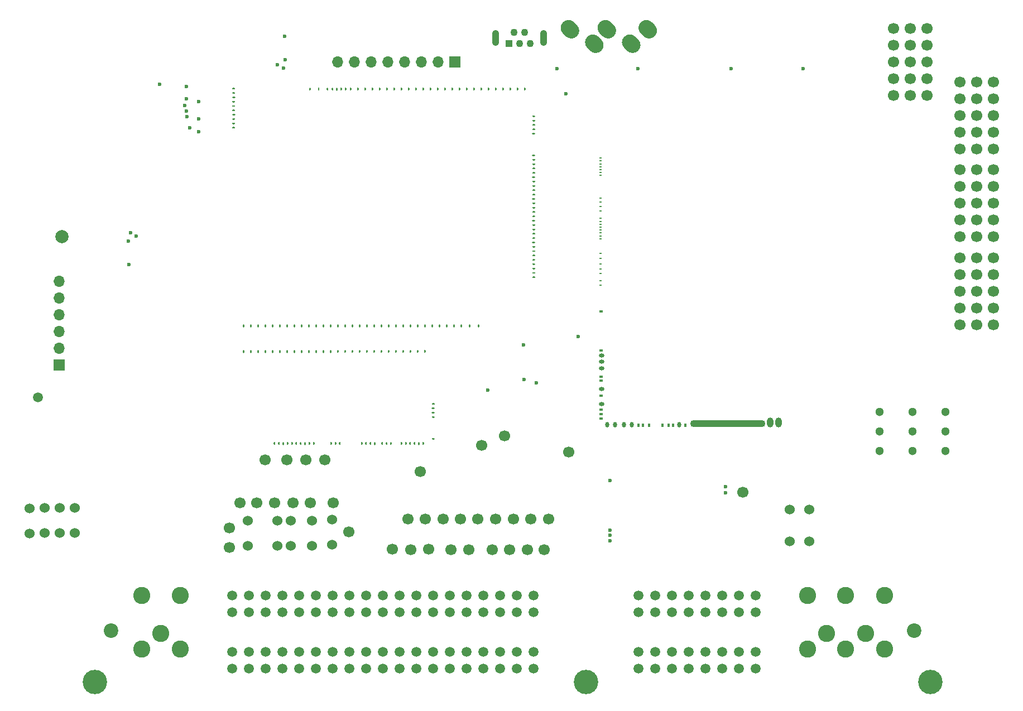
<source format=gbs>
G04 #@! TF.GenerationSoftware,KiCad,Pcbnew,8.0.8*
G04 #@! TF.CreationDate,2025-12-13T22:08:00-05:00*
G04 #@! TF.ProjectId,hellen121vag,68656c6c-656e-4313-9231-7661672e6b69,d*
G04 #@! TF.SameCoordinates,PX2b953a0PY6943058*
G04 #@! TF.FileFunction,Soldermask,Bot*
G04 #@! TF.FilePolarity,Negative*
%FSLAX46Y46*%
G04 Gerber Fmt 4.6, Leading zero omitted, Abs format (unit mm)*
G04 Created by KiCad (PCBNEW 8.0.8) date 2025-12-13 22:08:00*
%MOMM*%
%LPD*%
G01*
G04 APERTURE LIST*
%ADD10C,2.600000*%
%ADD11C,1.500000*%
%ADD12C,3.700000*%
%ADD13C,2.200000*%
%ADD14C,1.700000*%
%ADD15C,0.599999*%
%ADD16O,0.399999X0.200000*%
%ADD17O,0.599999X0.399999*%
%ADD18O,0.800001X0.599999*%
%ADD19O,0.599999X0.800001*%
%ADD20O,0.399999X0.599999*%
%ADD21O,11.400000X1.100000*%
%ADD22O,1.000001X1.500000*%
%ADD23C,1.524000*%
%ADD24C,1.300000*%
%ADD25O,1.700000X1.700000*%
%ADD26R,1.700000X1.700000*%
%ADD27O,1.100000X2.400000*%
%ADD28C,1.100000*%
%ADD29R,1.100000X1.100000*%
%ADD30C,2.000000*%
G04 APERTURE END LIST*
D10*
G04 #@! TO.C,P1*
X138448000Y18622000D03*
X132548000Y18622000D03*
X126748000Y18622000D03*
X135548000Y12822000D03*
X129648000Y12822000D03*
X138448000Y10492000D03*
X132548000Y10492000D03*
X126748000Y10492000D03*
D11*
X118918000Y18622000D03*
X116378000Y18622000D03*
X113838000Y18622000D03*
X111298000Y18622000D03*
X108758000Y18622000D03*
X106218000Y18622000D03*
X103678000Y18622000D03*
X101138000Y18622000D03*
X118918000Y16082000D03*
X116378000Y16082000D03*
X113838000Y16082000D03*
X111298000Y16082000D03*
X108758000Y16082000D03*
X106218000Y16082000D03*
X103678000Y16082000D03*
X101138000Y16082000D03*
X118918000Y10032000D03*
X116378000Y10032000D03*
X113838000Y10032000D03*
X111298000Y10032000D03*
X108758000Y10032000D03*
X106218000Y10032000D03*
X103678000Y10032000D03*
X101138000Y10032000D03*
X118918000Y7492000D03*
X116378000Y7492000D03*
X113838000Y7492000D03*
X111298000Y7492000D03*
X108758000Y7492000D03*
X106218000Y7492000D03*
X103678000Y7492000D03*
X101138000Y7492000D03*
X39448000Y7492000D03*
X41988000Y7492000D03*
X44528000Y7492000D03*
X47068000Y7492000D03*
X49608000Y7492000D03*
X52148000Y7492000D03*
X54688000Y7492000D03*
X57228000Y7492000D03*
X59768000Y7492000D03*
X62308000Y7492000D03*
X64848000Y7492000D03*
X67388000Y7492000D03*
X69928000Y7492000D03*
X72468000Y7492000D03*
X75008000Y7492000D03*
X77548000Y7492000D03*
X80088000Y7492000D03*
X82628000Y7492000D03*
X85168000Y7492000D03*
X39448000Y10032000D03*
X41988000Y10032000D03*
X44528000Y10032000D03*
X47068000Y10032000D03*
X49608000Y10032000D03*
X52148000Y10032000D03*
X54688000Y10032000D03*
X57228000Y10032000D03*
X59768000Y10032000D03*
X62308000Y10032000D03*
X64848000Y10032000D03*
X67388000Y10032000D03*
X69928000Y10032000D03*
X72468000Y10032000D03*
X75008000Y10032000D03*
X77548000Y10032000D03*
X80088000Y10032000D03*
X82628000Y10032000D03*
X85168000Y10032000D03*
X39448000Y16082000D03*
X41988000Y16082000D03*
X44528000Y16082000D03*
X47068000Y16082000D03*
X49608000Y16082000D03*
X52148000Y16082000D03*
X54688000Y16082000D03*
X57228000Y16082000D03*
X59768000Y16082000D03*
X62308000Y16082000D03*
X64848000Y16082000D03*
X67388000Y16082000D03*
X69928000Y16082000D03*
X72468000Y16082000D03*
X75008000Y16082000D03*
X77548000Y16082000D03*
X80088000Y16082000D03*
X82628000Y16082000D03*
X85168000Y16082000D03*
X39448000Y18622000D03*
X41988000Y18622000D03*
X44528000Y18622000D03*
X47068000Y18622000D03*
X49608000Y18622000D03*
X52148000Y18622000D03*
X54688000Y18622000D03*
X57228000Y18622000D03*
X59768000Y18622000D03*
X62308000Y18622000D03*
X64848000Y18622000D03*
X67388000Y18622000D03*
X69928000Y18622000D03*
X72468000Y18622000D03*
X75008000Y18622000D03*
X77548000Y18622000D03*
X80088000Y18622000D03*
X82628000Y18622000D03*
X85168000Y18622000D03*
D10*
X31548000Y18622000D03*
X25748000Y18622000D03*
X28648000Y12822000D03*
X31548000Y10492000D03*
X25748000Y10492000D03*
D12*
X145348000Y5492000D03*
D13*
X142898000Y13292000D03*
D12*
X93148000Y5492000D03*
D13*
X21098000Y13292000D03*
D12*
X18648000Y5492000D03*
G04 #@! TD*
G04 #@! TO.C,M3*
G36*
G01*
X85339497Y91171375D02*
X85089497Y91171375D01*
G75*
G02*
X84964497Y91296375I0J125000D01*
G01*
X84964497Y91296375D01*
G75*
G02*
X85089497Y91421375I125000J0D01*
G01*
X85339497Y91421375D01*
G75*
G02*
X85464497Y91296375I0J-125000D01*
G01*
X85464497Y91296375D01*
G75*
G02*
X85339497Y91171375I-125000J0D01*
G01*
G37*
G36*
G01*
X85089497Y90761377D02*
X85339497Y90761377D01*
G75*
G02*
X85464497Y90636377I0J-125000D01*
G01*
X85464497Y90636377D01*
G75*
G02*
X85339497Y90511377I-125000J0D01*
G01*
X85089497Y90511377D01*
G75*
G02*
X84964497Y90636377I0J125000D01*
G01*
X84964497Y90636377D01*
G75*
G02*
X85089497Y90761377I125000J0D01*
G01*
G37*
G36*
G01*
X85089497Y90101372D02*
X85339497Y90101372D01*
G75*
G02*
X85464497Y89976372I0J-125000D01*
G01*
X85464497Y89976372D01*
G75*
G02*
X85339497Y89851372I-125000J0D01*
G01*
X85089497Y89851372D01*
G75*
G02*
X84964497Y89976372I0J125000D01*
G01*
X84964497Y89976372D01*
G75*
G02*
X85089497Y90101372I125000J0D01*
G01*
G37*
G36*
G01*
X85089497Y89441377D02*
X85339497Y89441377D01*
G75*
G02*
X85464497Y89316377I0J-125000D01*
G01*
X85464497Y89316377D01*
G75*
G02*
X85339497Y89191377I-125000J0D01*
G01*
X85089497Y89191377D01*
G75*
G02*
X84964497Y89316377I0J125000D01*
G01*
X84964497Y89316377D01*
G75*
G02*
X85089497Y89441377I125000J0D01*
G01*
G37*
G36*
G01*
X85089497Y88781375D02*
X85339497Y88781375D01*
G75*
G02*
X85464497Y88656375I0J-125000D01*
G01*
X85464497Y88656375D01*
G75*
G02*
X85339497Y88531375I-125000J0D01*
G01*
X85089497Y88531375D01*
G75*
G02*
X84964497Y88656375I0J125000D01*
G01*
X84964497Y88656375D01*
G75*
G02*
X85089497Y88781375I125000J0D01*
G01*
G37*
G36*
G01*
X85089497Y85481374D02*
X85339497Y85481374D01*
G75*
G02*
X85464497Y85356374I0J-125000D01*
G01*
X85464497Y85356374D01*
G75*
G02*
X85339497Y85231374I-125000J0D01*
G01*
X85089497Y85231374D01*
G75*
G02*
X84964497Y85356374I0J125000D01*
G01*
X84964497Y85356374D01*
G75*
G02*
X85089497Y85481374I125000J0D01*
G01*
G37*
G36*
G01*
X85089497Y84821373D02*
X85339497Y84821373D01*
G75*
G02*
X85464497Y84696373I0J-125000D01*
G01*
X85464497Y84696373D01*
G75*
G02*
X85339497Y84571373I-125000J0D01*
G01*
X85089497Y84571373D01*
G75*
G02*
X84964497Y84696373I0J125000D01*
G01*
X84964497Y84696373D01*
G75*
G02*
X85089497Y84821373I125000J0D01*
G01*
G37*
G36*
G01*
X85089497Y84161371D02*
X85339497Y84161371D01*
G75*
G02*
X85464497Y84036371I0J-125000D01*
G01*
X85464497Y84036371D01*
G75*
G02*
X85339497Y83911371I-125000J0D01*
G01*
X85089497Y83911371D01*
G75*
G02*
X84964497Y84036371I0J125000D01*
G01*
X84964497Y84036371D01*
G75*
G02*
X85089497Y84161371I125000J0D01*
G01*
G37*
G36*
G01*
X85089497Y83501373D02*
X85339497Y83501373D01*
G75*
G02*
X85464497Y83376373I0J-125000D01*
G01*
X85464497Y83376373D01*
G75*
G02*
X85339497Y83251373I-125000J0D01*
G01*
X85089497Y83251373D01*
G75*
G02*
X84964497Y83376373I0J125000D01*
G01*
X84964497Y83376373D01*
G75*
G02*
X85089497Y83501373I125000J0D01*
G01*
G37*
G36*
G01*
X85089497Y82841371D02*
X85339497Y82841371D01*
G75*
G02*
X85464497Y82716371I0J-125000D01*
G01*
X85464497Y82716371D01*
G75*
G02*
X85339497Y82591371I-125000J0D01*
G01*
X85089497Y82591371D01*
G75*
G02*
X84964497Y82716371I0J125000D01*
G01*
X84964497Y82716371D01*
G75*
G02*
X85089497Y82841371I125000J0D01*
G01*
G37*
G36*
G01*
X85089497Y82181373D02*
X85339497Y82181373D01*
G75*
G02*
X85464497Y82056373I0J-125000D01*
G01*
X85464497Y82056373D01*
G75*
G02*
X85339497Y81931373I-125000J0D01*
G01*
X85089497Y81931373D01*
G75*
G02*
X84964497Y82056373I0J125000D01*
G01*
X84964497Y82056373D01*
G75*
G02*
X85089497Y82181373I125000J0D01*
G01*
G37*
G36*
G01*
X85089497Y81521372D02*
X85339497Y81521372D01*
G75*
G02*
X85464497Y81396372I0J-125000D01*
G01*
X85464497Y81396372D01*
G75*
G02*
X85339497Y81271372I-125000J0D01*
G01*
X85089497Y81271372D01*
G75*
G02*
X84964497Y81396372I0J125000D01*
G01*
X84964497Y81396372D01*
G75*
G02*
X85089497Y81521372I125000J0D01*
G01*
G37*
G36*
G01*
X85089497Y80861373D02*
X85339497Y80861373D01*
G75*
G02*
X85464497Y80736373I0J-125000D01*
G01*
X85464497Y80736373D01*
G75*
G02*
X85339497Y80611373I-125000J0D01*
G01*
X85089497Y80611373D01*
G75*
G02*
X84964497Y80736373I0J125000D01*
G01*
X84964497Y80736373D01*
G75*
G02*
X85089497Y80861373I125000J0D01*
G01*
G37*
G36*
G01*
X85089497Y80201372D02*
X85339497Y80201372D01*
G75*
G02*
X85464497Y80076372I0J-125000D01*
G01*
X85464497Y80076372D01*
G75*
G02*
X85339497Y79951372I-125000J0D01*
G01*
X85089497Y79951372D01*
G75*
G02*
X84964497Y80076372I0J125000D01*
G01*
X84964497Y80076372D01*
G75*
G02*
X85089497Y80201372I125000J0D01*
G01*
G37*
G36*
G01*
X85089497Y79541373D02*
X85339497Y79541373D01*
G75*
G02*
X85464497Y79416373I0J-125000D01*
G01*
X85464497Y79416373D01*
G75*
G02*
X85339497Y79291373I-125000J0D01*
G01*
X85089497Y79291373D01*
G75*
G02*
X84964497Y79416373I0J125000D01*
G01*
X84964497Y79416373D01*
G75*
G02*
X85089497Y79541373I125000J0D01*
G01*
G37*
G36*
G01*
X85089497Y78881372D02*
X85339497Y78881372D01*
G75*
G02*
X85464497Y78756372I0J-125000D01*
G01*
X85464497Y78756372D01*
G75*
G02*
X85339497Y78631372I-125000J0D01*
G01*
X85089497Y78631372D01*
G75*
G02*
X84964497Y78756372I0J125000D01*
G01*
X84964497Y78756372D01*
G75*
G02*
X85089497Y78881372I125000J0D01*
G01*
G37*
G36*
G01*
X85089497Y78221373D02*
X85339497Y78221373D01*
G75*
G02*
X85464497Y78096373I0J-125000D01*
G01*
X85464497Y78096373D01*
G75*
G02*
X85339497Y77971373I-125000J0D01*
G01*
X85089497Y77971373D01*
G75*
G02*
X84964497Y78096373I0J125000D01*
G01*
X84964497Y78096373D01*
G75*
G02*
X85089497Y78221373I125000J0D01*
G01*
G37*
G36*
G01*
X85089497Y77561372D02*
X85339497Y77561372D01*
G75*
G02*
X85464497Y77436372I0J-125000D01*
G01*
X85464497Y77436372D01*
G75*
G02*
X85339497Y77311372I-125000J0D01*
G01*
X85089497Y77311372D01*
G75*
G02*
X84964497Y77436372I0J125000D01*
G01*
X84964497Y77436372D01*
G75*
G02*
X85089497Y77561372I125000J0D01*
G01*
G37*
G36*
G01*
X85089497Y76901373D02*
X85339497Y76901373D01*
G75*
G02*
X85464497Y76776373I0J-125000D01*
G01*
X85464497Y76776373D01*
G75*
G02*
X85339497Y76651373I-125000J0D01*
G01*
X85089497Y76651373D01*
G75*
G02*
X84964497Y76776373I0J125000D01*
G01*
X84964497Y76776373D01*
G75*
G02*
X85089497Y76901373I125000J0D01*
G01*
G37*
G36*
G01*
X85089497Y76241372D02*
X85339497Y76241372D01*
G75*
G02*
X85464497Y76116372I0J-125000D01*
G01*
X85464497Y76116372D01*
G75*
G02*
X85339497Y75991372I-125000J0D01*
G01*
X85089497Y75991372D01*
G75*
G02*
X84964497Y76116372I0J125000D01*
G01*
X84964497Y76116372D01*
G75*
G02*
X85089497Y76241372I125000J0D01*
G01*
G37*
G36*
G01*
X85089497Y75581373D02*
X85339497Y75581373D01*
G75*
G02*
X85464497Y75456373I0J-125000D01*
G01*
X85464497Y75456373D01*
G75*
G02*
X85339497Y75331373I-125000J0D01*
G01*
X85089497Y75331373D01*
G75*
G02*
X84964497Y75456373I0J125000D01*
G01*
X84964497Y75456373D01*
G75*
G02*
X85089497Y75581373I125000J0D01*
G01*
G37*
G36*
G01*
X85089497Y74921372D02*
X85339497Y74921372D01*
G75*
G02*
X85464497Y74796372I0J-125000D01*
G01*
X85464497Y74796372D01*
G75*
G02*
X85339497Y74671372I-125000J0D01*
G01*
X85089497Y74671372D01*
G75*
G02*
X84964497Y74796372I0J125000D01*
G01*
X84964497Y74796372D01*
G75*
G02*
X85089497Y74921372I125000J0D01*
G01*
G37*
G36*
G01*
X85089497Y74261373D02*
X85339497Y74261373D01*
G75*
G02*
X85464497Y74136373I0J-125000D01*
G01*
X85464497Y74136373D01*
G75*
G02*
X85339497Y74011373I-125000J0D01*
G01*
X85089497Y74011373D01*
G75*
G02*
X84964497Y74136373I0J125000D01*
G01*
X84964497Y74136373D01*
G75*
G02*
X85089497Y74261373I125000J0D01*
G01*
G37*
G36*
G01*
X85089497Y73601372D02*
X85339497Y73601372D01*
G75*
G02*
X85464497Y73476372I0J-125000D01*
G01*
X85464497Y73476372D01*
G75*
G02*
X85339497Y73351372I-125000J0D01*
G01*
X85089497Y73351372D01*
G75*
G02*
X84964497Y73476372I0J125000D01*
G01*
X84964497Y73476372D01*
G75*
G02*
X85089497Y73601372I125000J0D01*
G01*
G37*
G36*
G01*
X85089497Y72941373D02*
X85339497Y72941373D01*
G75*
G02*
X85464497Y72816373I0J-125000D01*
G01*
X85464497Y72816373D01*
G75*
G02*
X85339497Y72691373I-125000J0D01*
G01*
X85089497Y72691373D01*
G75*
G02*
X84964497Y72816373I0J125000D01*
G01*
X84964497Y72816373D01*
G75*
G02*
X85089497Y72941373I125000J0D01*
G01*
G37*
G36*
G01*
X85089497Y72281372D02*
X85339497Y72281372D01*
G75*
G02*
X85464497Y72156372I0J-125000D01*
G01*
X85464497Y72156372D01*
G75*
G02*
X85339497Y72031372I-125000J0D01*
G01*
X85089497Y72031372D01*
G75*
G02*
X84964497Y72156372I0J125000D01*
G01*
X84964497Y72156372D01*
G75*
G02*
X85089497Y72281372I125000J0D01*
G01*
G37*
G36*
G01*
X85089497Y71621374D02*
X85339497Y71621374D01*
G75*
G02*
X85464497Y71496374I0J-125000D01*
G01*
X85464497Y71496374D01*
G75*
G02*
X85339497Y71371374I-125000J0D01*
G01*
X85089497Y71371374D01*
G75*
G02*
X84964497Y71496374I0J125000D01*
G01*
X84964497Y71496374D01*
G75*
G02*
X85089497Y71621374I125000J0D01*
G01*
G37*
G36*
G01*
X85089497Y70961372D02*
X85339497Y70961372D01*
G75*
G02*
X85464497Y70836372I0J-125000D01*
G01*
X85464497Y70836372D01*
G75*
G02*
X85339497Y70711372I-125000J0D01*
G01*
X85089497Y70711372D01*
G75*
G02*
X84964497Y70836372I0J125000D01*
G01*
X84964497Y70836372D01*
G75*
G02*
X85089497Y70961372I125000J0D01*
G01*
G37*
G36*
G01*
X85089497Y70301374D02*
X85339497Y70301374D01*
G75*
G02*
X85464497Y70176374I0J-125000D01*
G01*
X85464497Y70176374D01*
G75*
G02*
X85339497Y70051374I-125000J0D01*
G01*
X85089497Y70051374D01*
G75*
G02*
X84964497Y70176374I0J125000D01*
G01*
X84964497Y70176374D01*
G75*
G02*
X85089497Y70301374I125000J0D01*
G01*
G37*
G36*
G01*
X85089497Y69641372D02*
X85339497Y69641372D01*
G75*
G02*
X85464497Y69516372I0J-125000D01*
G01*
X85464497Y69516372D01*
G75*
G02*
X85339497Y69391372I-125000J0D01*
G01*
X85089497Y69391372D01*
G75*
G02*
X84964497Y69516372I0J125000D01*
G01*
X84964497Y69516372D01*
G75*
G02*
X85089497Y69641372I125000J0D01*
G01*
G37*
G36*
G01*
X85089497Y68981374D02*
X85339497Y68981374D01*
G75*
G02*
X85464497Y68856374I0J-125000D01*
G01*
X85464497Y68856374D01*
G75*
G02*
X85339497Y68731374I-125000J0D01*
G01*
X85089497Y68731374D01*
G75*
G02*
X84964497Y68856374I0J125000D01*
G01*
X84964497Y68856374D01*
G75*
G02*
X85089497Y68981374I125000J0D01*
G01*
G37*
G36*
G01*
X85089497Y68321373D02*
X85339497Y68321373D01*
G75*
G02*
X85464497Y68196373I0J-125000D01*
G01*
X85464497Y68196373D01*
G75*
G02*
X85339497Y68071373I-125000J0D01*
G01*
X85089497Y68071373D01*
G75*
G02*
X84964497Y68196373I0J125000D01*
G01*
X84964497Y68196373D01*
G75*
G02*
X85089497Y68321373I125000J0D01*
G01*
G37*
G36*
G01*
X85089497Y67661374D02*
X85339497Y67661374D01*
G75*
G02*
X85464497Y67536374I0J-125000D01*
G01*
X85464497Y67536374D01*
G75*
G02*
X85339497Y67411374I-125000J0D01*
G01*
X85089497Y67411374D01*
G75*
G02*
X84964497Y67536374I0J125000D01*
G01*
X84964497Y67536374D01*
G75*
G02*
X85089497Y67661374I125000J0D01*
G01*
G37*
G36*
G01*
X85089497Y67001373D02*
X85339497Y67001373D01*
G75*
G02*
X85464497Y66876373I0J-125000D01*
G01*
X85464497Y66876373D01*
G75*
G02*
X85339497Y66751373I-125000J0D01*
G01*
X85089497Y66751373D01*
G75*
G02*
X84964497Y66876373I0J125000D01*
G01*
X84964497Y66876373D01*
G75*
G02*
X85089497Y67001373I125000J0D01*
G01*
G37*
G36*
G01*
X51392499Y95548377D02*
X51392499Y95298377D01*
G75*
G02*
X51267499Y95173377I-125000J0D01*
G01*
X51267499Y95173377D01*
G75*
G02*
X51142499Y95298377I0J125000D01*
G01*
X51142499Y95548377D01*
G75*
G02*
X51267499Y95673377I125000J0D01*
G01*
X51267499Y95673377D01*
G75*
G02*
X51392499Y95548377I0J-125000D01*
G01*
G37*
G36*
G01*
X52462501Y95298377D02*
X52462501Y95548377D01*
G75*
G02*
X52587501Y95673377I125000J0D01*
G01*
X52587501Y95673377D01*
G75*
G02*
X52712501Y95548377I0J-125000D01*
G01*
X52712501Y95298377D01*
G75*
G02*
X52587501Y95173377I-125000J0D01*
G01*
X52587501Y95173377D01*
G75*
G02*
X52462501Y95298377I0J125000D01*
G01*
G37*
G36*
G01*
X53782504Y95298377D02*
X53782504Y95548377D01*
G75*
G02*
X53907504Y95673377I125000J0D01*
G01*
X53907504Y95673377D01*
G75*
G02*
X54032504Y95548377I0J-125000D01*
G01*
X54032504Y95298377D01*
G75*
G02*
X53907504Y95173377I-125000J0D01*
G01*
X53907504Y95173377D01*
G75*
G02*
X53782504Y95298377I0J125000D01*
G01*
G37*
G36*
G01*
X54542502Y95298377D02*
X54542502Y95548377D01*
G75*
G02*
X54667502Y95673377I125000J0D01*
G01*
X54667502Y95673377D01*
G75*
G02*
X54792502Y95548377I0J-125000D01*
G01*
X54792502Y95298377D01*
G75*
G02*
X54667502Y95173377I-125000J0D01*
G01*
X54667502Y95173377D01*
G75*
G02*
X54542502Y95298377I0J125000D01*
G01*
G37*
G36*
G01*
X55207505Y95298377D02*
X55207505Y95548377D01*
G75*
G02*
X55332505Y95673377I125000J0D01*
G01*
X55332505Y95673377D01*
G75*
G02*
X55457505Y95548377I0J-125000D01*
G01*
X55457505Y95298377D01*
G75*
G02*
X55332505Y95173377I-125000J0D01*
G01*
X55332505Y95173377D01*
G75*
G02*
X55207505Y95298377I0J125000D01*
G01*
G37*
G36*
G01*
X55872507Y95298377D02*
X55872507Y95548377D01*
G75*
G02*
X55997507Y95673377I125000J0D01*
G01*
X55997507Y95673377D01*
G75*
G02*
X56122507Y95548377I0J-125000D01*
G01*
X56122507Y95298377D01*
G75*
G02*
X55997507Y95173377I-125000J0D01*
G01*
X55997507Y95173377D01*
G75*
G02*
X55872507Y95298377I0J125000D01*
G01*
G37*
G36*
G01*
X56537497Y95298377D02*
X56537497Y95548377D01*
G75*
G02*
X56662497Y95673377I125000J0D01*
G01*
X56662497Y95673377D01*
G75*
G02*
X56787497Y95548377I0J-125000D01*
G01*
X56787497Y95298377D01*
G75*
G02*
X56662497Y95173377I-125000J0D01*
G01*
X56662497Y95173377D01*
G75*
G02*
X56537497Y95298377I0J125000D01*
G01*
G37*
G36*
G01*
X57312497Y95298377D02*
X57312497Y95548377D01*
G75*
G02*
X57437497Y95673377I125000J0D01*
G01*
X57437497Y95673377D01*
G75*
G02*
X57562497Y95548377I0J-125000D01*
G01*
X57562497Y95298377D01*
G75*
G02*
X57437497Y95173377I-125000J0D01*
G01*
X57437497Y95173377D01*
G75*
G02*
X57312497Y95298377I0J125000D01*
G01*
G37*
G36*
G01*
X58412495Y95298377D02*
X58412495Y95548377D01*
G75*
G02*
X58537495Y95673377I125000J0D01*
G01*
X58537495Y95673377D01*
G75*
G02*
X58662495Y95548377I0J-125000D01*
G01*
X58662495Y95298377D01*
G75*
G02*
X58537495Y95173377I-125000J0D01*
G01*
X58537495Y95173377D01*
G75*
G02*
X58412495Y95298377I0J125000D01*
G01*
G37*
G36*
G01*
X59512492Y95298377D02*
X59512492Y95548377D01*
G75*
G02*
X59637492Y95673377I125000J0D01*
G01*
X59637492Y95673377D01*
G75*
G02*
X59762492Y95548377I0J-125000D01*
G01*
X59762492Y95298377D01*
G75*
G02*
X59637492Y95173377I-125000J0D01*
G01*
X59637492Y95173377D01*
G75*
G02*
X59512492Y95298377I0J125000D01*
G01*
G37*
G36*
G01*
X60612490Y95298377D02*
X60612490Y95548377D01*
G75*
G02*
X60737490Y95673377I125000J0D01*
G01*
X60737490Y95673377D01*
G75*
G02*
X60862490Y95548377I0J-125000D01*
G01*
X60862490Y95298377D01*
G75*
G02*
X60737490Y95173377I-125000J0D01*
G01*
X60737490Y95173377D01*
G75*
G02*
X60612490Y95298377I0J125000D01*
G01*
G37*
G36*
G01*
X61712488Y95298377D02*
X61712488Y95548377D01*
G75*
G02*
X61837488Y95673377I125000J0D01*
G01*
X61837488Y95673377D01*
G75*
G02*
X61962488Y95548377I0J-125000D01*
G01*
X61962488Y95298377D01*
G75*
G02*
X61837488Y95173377I-125000J0D01*
G01*
X61837488Y95173377D01*
G75*
G02*
X61712488Y95298377I0J125000D01*
G01*
G37*
G36*
G01*
X62812486Y95298377D02*
X62812486Y95548377D01*
G75*
G02*
X62937486Y95673377I125000J0D01*
G01*
X62937486Y95673377D01*
G75*
G02*
X63062486Y95548377I0J-125000D01*
G01*
X63062486Y95298377D01*
G75*
G02*
X62937486Y95173377I-125000J0D01*
G01*
X62937486Y95173377D01*
G75*
G02*
X62812486Y95298377I0J125000D01*
G01*
G37*
G36*
G01*
X63912484Y95298377D02*
X63912484Y95548377D01*
G75*
G02*
X64037484Y95673377I125000J0D01*
G01*
X64037484Y95673377D01*
G75*
G02*
X64162484Y95548377I0J-125000D01*
G01*
X64162484Y95298377D01*
G75*
G02*
X64037484Y95173377I-125000J0D01*
G01*
X64037484Y95173377D01*
G75*
G02*
X63912484Y95298377I0J125000D01*
G01*
G37*
G36*
G01*
X65012481Y95298377D02*
X65012481Y95548377D01*
G75*
G02*
X65137481Y95673377I125000J0D01*
G01*
X65137481Y95673377D01*
G75*
G02*
X65262481Y95548377I0J-125000D01*
G01*
X65262481Y95298377D01*
G75*
G02*
X65137481Y95173377I-125000J0D01*
G01*
X65137481Y95173377D01*
G75*
G02*
X65012481Y95298377I0J125000D01*
G01*
G37*
G36*
G01*
X66112479Y95298377D02*
X66112479Y95548377D01*
G75*
G02*
X66237479Y95673377I125000J0D01*
G01*
X66237479Y95673377D01*
G75*
G02*
X66362479Y95548377I0J-125000D01*
G01*
X66362479Y95298377D01*
G75*
G02*
X66237479Y95173377I-125000J0D01*
G01*
X66237479Y95173377D01*
G75*
G02*
X66112479Y95298377I0J125000D01*
G01*
G37*
G36*
G01*
X67212477Y95298377D02*
X67212477Y95548377D01*
G75*
G02*
X67337477Y95673377I125000J0D01*
G01*
X67337477Y95673377D01*
G75*
G02*
X67462477Y95548377I0J-125000D01*
G01*
X67462477Y95298377D01*
G75*
G02*
X67337477Y95173377I-125000J0D01*
G01*
X67337477Y95173377D01*
G75*
G02*
X67212477Y95298377I0J125000D01*
G01*
G37*
G36*
G01*
X68312475Y95298377D02*
X68312475Y95548377D01*
G75*
G02*
X68437475Y95673377I125000J0D01*
G01*
X68437475Y95673377D01*
G75*
G02*
X68562475Y95548377I0J-125000D01*
G01*
X68562475Y95298377D01*
G75*
G02*
X68437475Y95173377I-125000J0D01*
G01*
X68437475Y95173377D01*
G75*
G02*
X68312475Y95298377I0J125000D01*
G01*
G37*
G36*
G01*
X69412473Y95298377D02*
X69412473Y95548377D01*
G75*
G02*
X69537473Y95673377I125000J0D01*
G01*
X69537473Y95673377D01*
G75*
G02*
X69662473Y95548377I0J-125000D01*
G01*
X69662473Y95298377D01*
G75*
G02*
X69537473Y95173377I-125000J0D01*
G01*
X69537473Y95173377D01*
G75*
G02*
X69412473Y95298377I0J125000D01*
G01*
G37*
G36*
G01*
X70512470Y95298377D02*
X70512470Y95548377D01*
G75*
G02*
X70637470Y95673377I125000J0D01*
G01*
X70637470Y95673377D01*
G75*
G02*
X70762470Y95548377I0J-125000D01*
G01*
X70762470Y95298377D01*
G75*
G02*
X70637470Y95173377I-125000J0D01*
G01*
X70637470Y95173377D01*
G75*
G02*
X70512470Y95298377I0J125000D01*
G01*
G37*
G36*
G01*
X71612468Y95298377D02*
X71612468Y95548377D01*
G75*
G02*
X71737468Y95673377I125000J0D01*
G01*
X71737468Y95673377D01*
G75*
G02*
X71862468Y95548377I0J-125000D01*
G01*
X71862468Y95298377D01*
G75*
G02*
X71737468Y95173377I-125000J0D01*
G01*
X71737468Y95173377D01*
G75*
G02*
X71612468Y95298377I0J125000D01*
G01*
G37*
G36*
G01*
X72712466Y95298377D02*
X72712466Y95548377D01*
G75*
G02*
X72837466Y95673377I125000J0D01*
G01*
X72837466Y95673377D01*
G75*
G02*
X72962466Y95548377I0J-125000D01*
G01*
X72962466Y95298377D01*
G75*
G02*
X72837466Y95173377I-125000J0D01*
G01*
X72837466Y95173377D01*
G75*
G02*
X72712466Y95298377I0J125000D01*
G01*
G37*
G36*
G01*
X73812464Y95298377D02*
X73812464Y95548377D01*
G75*
G02*
X73937464Y95673377I125000J0D01*
G01*
X73937464Y95673377D01*
G75*
G02*
X74062464Y95548377I0J-125000D01*
G01*
X74062464Y95298377D01*
G75*
G02*
X73937464Y95173377I-125000J0D01*
G01*
X73937464Y95173377D01*
G75*
G02*
X73812464Y95298377I0J125000D01*
G01*
G37*
G36*
G01*
X74912462Y95298377D02*
X74912462Y95548377D01*
G75*
G02*
X75037462Y95673377I125000J0D01*
G01*
X75037462Y95673377D01*
G75*
G02*
X75162462Y95548377I0J-125000D01*
G01*
X75162462Y95298377D01*
G75*
G02*
X75037462Y95173377I-125000J0D01*
G01*
X75037462Y95173377D01*
G75*
G02*
X74912462Y95298377I0J125000D01*
G01*
G37*
G36*
G01*
X76012459Y95298377D02*
X76012459Y95548377D01*
G75*
G02*
X76137459Y95673377I125000J0D01*
G01*
X76137459Y95673377D01*
G75*
G02*
X76262459Y95548377I0J-125000D01*
G01*
X76262459Y95298377D01*
G75*
G02*
X76137459Y95173377I-125000J0D01*
G01*
X76137459Y95173377D01*
G75*
G02*
X76012459Y95298377I0J125000D01*
G01*
G37*
G36*
G01*
X77112457Y95298377D02*
X77112457Y95548377D01*
G75*
G02*
X77237457Y95673377I125000J0D01*
G01*
X77237457Y95673377D01*
G75*
G02*
X77362457Y95548377I0J-125000D01*
G01*
X77362457Y95298377D01*
G75*
G02*
X77237457Y95173377I-125000J0D01*
G01*
X77237457Y95173377D01*
G75*
G02*
X77112457Y95298377I0J125000D01*
G01*
G37*
G36*
G01*
X78212455Y95298377D02*
X78212455Y95548377D01*
G75*
G02*
X78337455Y95673377I125000J0D01*
G01*
X78337455Y95673377D01*
G75*
G02*
X78462455Y95548377I0J-125000D01*
G01*
X78462455Y95298377D01*
G75*
G02*
X78337455Y95173377I-125000J0D01*
G01*
X78337455Y95173377D01*
G75*
G02*
X78212455Y95298377I0J125000D01*
G01*
G37*
G36*
G01*
X79312453Y95298377D02*
X79312453Y95548377D01*
G75*
G02*
X79437453Y95673377I125000J0D01*
G01*
X79437453Y95673377D01*
G75*
G02*
X79562453Y95548377I0J-125000D01*
G01*
X79562453Y95298377D01*
G75*
G02*
X79437453Y95173377I-125000J0D01*
G01*
X79437453Y95173377D01*
G75*
G02*
X79312453Y95298377I0J125000D01*
G01*
G37*
G36*
G01*
X80412451Y95298377D02*
X80412451Y95548377D01*
G75*
G02*
X80537451Y95673377I125000J0D01*
G01*
X80537451Y95673377D01*
G75*
G02*
X80662451Y95548377I0J-125000D01*
G01*
X80662451Y95298377D01*
G75*
G02*
X80537451Y95173377I-125000J0D01*
G01*
X80537451Y95173377D01*
G75*
G02*
X80412451Y95298377I0J125000D01*
G01*
G37*
G36*
G01*
X81512448Y95298377D02*
X81512448Y95548377D01*
G75*
G02*
X81637448Y95673377I125000J0D01*
G01*
X81637448Y95673377D01*
G75*
G02*
X81762448Y95548377I0J-125000D01*
G01*
X81762448Y95298377D01*
G75*
G02*
X81637448Y95173377I-125000J0D01*
G01*
X81637448Y95173377D01*
G75*
G02*
X81512448Y95298377I0J125000D01*
G01*
G37*
G36*
G01*
X82612446Y95298377D02*
X82612446Y95548377D01*
G75*
G02*
X82737446Y95673377I125000J0D01*
G01*
X82737446Y95673377D01*
G75*
G02*
X82862446Y95548377I0J-125000D01*
G01*
X82862446Y95298377D01*
G75*
G02*
X82737446Y95173377I-125000J0D01*
G01*
X82737446Y95173377D01*
G75*
G02*
X82612446Y95298377I0J125000D01*
G01*
G37*
G36*
G01*
X83712444Y95298377D02*
X83712444Y95548377D01*
G75*
G02*
X83837444Y95673377I125000J0D01*
G01*
X83837444Y95673377D01*
G75*
G02*
X83962444Y95548377I0J-125000D01*
G01*
X83962444Y95298377D01*
G75*
G02*
X83837444Y95173377I-125000J0D01*
G01*
X83837444Y95173377D01*
G75*
G02*
X83712444Y95298377I0J125000D01*
G01*
G37*
G36*
G01*
X76712501Y59369377D02*
X76712501Y59619377D01*
G75*
G02*
X76837501Y59744377I125000J0D01*
G01*
X76837501Y59744377D01*
G75*
G02*
X76962501Y59619377I0J-125000D01*
G01*
X76962501Y59369377D01*
G75*
G02*
X76837501Y59244377I-125000J0D01*
G01*
X76837501Y59244377D01*
G75*
G02*
X76712501Y59369377I0J125000D01*
G01*
G37*
G36*
G01*
X75642499Y59619377D02*
X75642499Y59369377D01*
G75*
G02*
X75517499Y59244377I-125000J0D01*
G01*
X75517499Y59244377D01*
G75*
G02*
X75392499Y59369377I0J125000D01*
G01*
X75392499Y59619377D01*
G75*
G02*
X75517499Y59744377I125000J0D01*
G01*
X75517499Y59744377D01*
G75*
G02*
X75642499Y59619377I0J-125000D01*
G01*
G37*
G36*
G01*
X74322496Y59619377D02*
X74322496Y59369377D01*
G75*
G02*
X74197496Y59244377I-125000J0D01*
G01*
X74197496Y59244377D01*
G75*
G02*
X74072496Y59369377I0J125000D01*
G01*
X74072496Y59619377D01*
G75*
G02*
X74197496Y59744377I125000J0D01*
G01*
X74197496Y59744377D01*
G75*
G02*
X74322496Y59619377I0J-125000D01*
G01*
G37*
G36*
G01*
X73222499Y59619377D02*
X73222499Y59369377D01*
G75*
G02*
X73097499Y59244377I-125000J0D01*
G01*
X73097499Y59244377D01*
G75*
G02*
X72972499Y59369377I0J125000D01*
G01*
X72972499Y59619377D01*
G75*
G02*
X73097499Y59744377I125000J0D01*
G01*
X73097499Y59744377D01*
G75*
G02*
X73222499Y59619377I0J-125000D01*
G01*
G37*
G36*
G01*
X72122501Y59619377D02*
X72122501Y59369377D01*
G75*
G02*
X71997501Y59244377I-125000J0D01*
G01*
X71997501Y59244377D01*
G75*
G02*
X71872501Y59369377I0J125000D01*
G01*
X71872501Y59619377D01*
G75*
G02*
X71997501Y59744377I125000J0D01*
G01*
X71997501Y59744377D01*
G75*
G02*
X72122501Y59619377I0J-125000D01*
G01*
G37*
G36*
G01*
X71022503Y59619377D02*
X71022503Y59369377D01*
G75*
G02*
X70897503Y59244377I-125000J0D01*
G01*
X70897503Y59244377D01*
G75*
G02*
X70772503Y59369377I0J125000D01*
G01*
X70772503Y59619377D01*
G75*
G02*
X70897503Y59744377I125000J0D01*
G01*
X70897503Y59744377D01*
G75*
G02*
X71022503Y59619377I0J-125000D01*
G01*
G37*
G36*
G01*
X69922505Y59619377D02*
X69922505Y59369377D01*
G75*
G02*
X69797505Y59244377I-125000J0D01*
G01*
X69797505Y59244377D01*
G75*
G02*
X69672505Y59369377I0J125000D01*
G01*
X69672505Y59619377D01*
G75*
G02*
X69797505Y59744377I125000J0D01*
G01*
X69797505Y59744377D01*
G75*
G02*
X69922505Y59619377I0J-125000D01*
G01*
G37*
G36*
G01*
X68822507Y59619377D02*
X68822507Y59369377D01*
G75*
G02*
X68697507Y59244377I-125000J0D01*
G01*
X68697507Y59244377D01*
G75*
G02*
X68572507Y59369377I0J125000D01*
G01*
X68572507Y59619377D01*
G75*
G02*
X68697507Y59744377I125000J0D01*
G01*
X68697507Y59744377D01*
G75*
G02*
X68822507Y59619377I0J-125000D01*
G01*
G37*
G36*
G01*
X67722510Y59619377D02*
X67722510Y59369377D01*
G75*
G02*
X67597510Y59244377I-125000J0D01*
G01*
X67597510Y59244377D01*
G75*
G02*
X67472510Y59369377I0J125000D01*
G01*
X67472510Y59619377D01*
G75*
G02*
X67597510Y59744377I125000J0D01*
G01*
X67597510Y59744377D01*
G75*
G02*
X67722510Y59619377I0J-125000D01*
G01*
G37*
G36*
G01*
X66622512Y59619377D02*
X66622512Y59369377D01*
G75*
G02*
X66497512Y59244377I-125000J0D01*
G01*
X66497512Y59244377D01*
G75*
G02*
X66372512Y59369377I0J125000D01*
G01*
X66372512Y59619377D01*
G75*
G02*
X66497512Y59744377I125000J0D01*
G01*
X66497512Y59744377D01*
G75*
G02*
X66622512Y59619377I0J-125000D01*
G01*
G37*
G36*
G01*
X65522514Y59619377D02*
X65522514Y59369377D01*
G75*
G02*
X65397514Y59244377I-125000J0D01*
G01*
X65397514Y59244377D01*
G75*
G02*
X65272514Y59369377I0J125000D01*
G01*
X65272514Y59619377D01*
G75*
G02*
X65397514Y59744377I125000J0D01*
G01*
X65397514Y59744377D01*
G75*
G02*
X65522514Y59619377I0J-125000D01*
G01*
G37*
G36*
G01*
X64422516Y59619377D02*
X64422516Y59369377D01*
G75*
G02*
X64297516Y59244377I-125000J0D01*
G01*
X64297516Y59244377D01*
G75*
G02*
X64172516Y59369377I0J125000D01*
G01*
X64172516Y59619377D01*
G75*
G02*
X64297516Y59744377I125000J0D01*
G01*
X64297516Y59744377D01*
G75*
G02*
X64422516Y59619377I0J-125000D01*
G01*
G37*
G36*
G01*
X63322518Y59619377D02*
X63322518Y59369377D01*
G75*
G02*
X63197518Y59244377I-125000J0D01*
G01*
X63197518Y59244377D01*
G75*
G02*
X63072518Y59369377I0J125000D01*
G01*
X63072518Y59619377D01*
G75*
G02*
X63197518Y59744377I125000J0D01*
G01*
X63197518Y59744377D01*
G75*
G02*
X63322518Y59619377I0J-125000D01*
G01*
G37*
G36*
G01*
X62222521Y59619377D02*
X62222521Y59369377D01*
G75*
G02*
X62097521Y59244377I-125000J0D01*
G01*
X62097521Y59244377D01*
G75*
G02*
X61972521Y59369377I0J125000D01*
G01*
X61972521Y59619377D01*
G75*
G02*
X62097521Y59744377I125000J0D01*
G01*
X62097521Y59744377D01*
G75*
G02*
X62222521Y59619377I0J-125000D01*
G01*
G37*
G36*
G01*
X61122523Y59619377D02*
X61122523Y59369377D01*
G75*
G02*
X60997523Y59244377I-125000J0D01*
G01*
X60997523Y59244377D01*
G75*
G02*
X60872523Y59369377I0J125000D01*
G01*
X60872523Y59619377D01*
G75*
G02*
X60997523Y59744377I125000J0D01*
G01*
X60997523Y59744377D01*
G75*
G02*
X61122523Y59619377I0J-125000D01*
G01*
G37*
G36*
G01*
X60022525Y59619377D02*
X60022525Y59369377D01*
G75*
G02*
X59897525Y59244377I-125000J0D01*
G01*
X59897525Y59244377D01*
G75*
G02*
X59772525Y59369377I0J125000D01*
G01*
X59772525Y59619377D01*
G75*
G02*
X59897525Y59744377I125000J0D01*
G01*
X59897525Y59744377D01*
G75*
G02*
X60022525Y59619377I0J-125000D01*
G01*
G37*
G36*
G01*
X58922527Y59619377D02*
X58922527Y59369377D01*
G75*
G02*
X58797527Y59244377I-125000J0D01*
G01*
X58797527Y59244377D01*
G75*
G02*
X58672527Y59369377I0J125000D01*
G01*
X58672527Y59619377D01*
G75*
G02*
X58797527Y59744377I125000J0D01*
G01*
X58797527Y59744377D01*
G75*
G02*
X58922527Y59619377I0J-125000D01*
G01*
G37*
G36*
G01*
X57822529Y59619377D02*
X57822529Y59369377D01*
G75*
G02*
X57697529Y59244377I-125000J0D01*
G01*
X57697529Y59244377D01*
G75*
G02*
X57572529Y59369377I0J125000D01*
G01*
X57572529Y59619377D01*
G75*
G02*
X57697529Y59744377I125000J0D01*
G01*
X57697529Y59744377D01*
G75*
G02*
X57822529Y59619377I0J-125000D01*
G01*
G37*
G36*
G01*
X56722532Y59619377D02*
X56722532Y59369377D01*
G75*
G02*
X56597532Y59244377I-125000J0D01*
G01*
X56597532Y59244377D01*
G75*
G02*
X56472532Y59369377I0J125000D01*
G01*
X56472532Y59619377D01*
G75*
G02*
X56597532Y59744377I125000J0D01*
G01*
X56597532Y59744377D01*
G75*
G02*
X56722532Y59619377I0J-125000D01*
G01*
G37*
G36*
G01*
X55622534Y59619377D02*
X55622534Y59369377D01*
G75*
G02*
X55497534Y59244377I-125000J0D01*
G01*
X55497534Y59244377D01*
G75*
G02*
X55372534Y59369377I0J125000D01*
G01*
X55372534Y59619377D01*
G75*
G02*
X55497534Y59744377I125000J0D01*
G01*
X55497534Y59744377D01*
G75*
G02*
X55622534Y59619377I0J-125000D01*
G01*
G37*
G36*
G01*
X54522536Y59619377D02*
X54522536Y59369377D01*
G75*
G02*
X54397536Y59244377I-125000J0D01*
G01*
X54397536Y59244377D01*
G75*
G02*
X54272536Y59369377I0J125000D01*
G01*
X54272536Y59619377D01*
G75*
G02*
X54397536Y59744377I125000J0D01*
G01*
X54397536Y59744377D01*
G75*
G02*
X54522536Y59619377I0J-125000D01*
G01*
G37*
G36*
G01*
X53422538Y59619377D02*
X53422538Y59369377D01*
G75*
G02*
X53297538Y59244377I-125000J0D01*
G01*
X53297538Y59244377D01*
G75*
G02*
X53172538Y59369377I0J125000D01*
G01*
X53172538Y59619377D01*
G75*
G02*
X53297538Y59744377I125000J0D01*
G01*
X53297538Y59744377D01*
G75*
G02*
X53422538Y59619377I0J-125000D01*
G01*
G37*
G36*
G01*
X52322540Y59619377D02*
X52322540Y59369377D01*
G75*
G02*
X52197540Y59244377I-125000J0D01*
G01*
X52197540Y59244377D01*
G75*
G02*
X52072540Y59369377I0J125000D01*
G01*
X52072540Y59619377D01*
G75*
G02*
X52197540Y59744377I125000J0D01*
G01*
X52197540Y59744377D01*
G75*
G02*
X52322540Y59619377I0J-125000D01*
G01*
G37*
G36*
G01*
X51222543Y59619377D02*
X51222543Y59369377D01*
G75*
G02*
X51097543Y59244377I-125000J0D01*
G01*
X51097543Y59244377D01*
G75*
G02*
X50972543Y59369377I0J125000D01*
G01*
X50972543Y59619377D01*
G75*
G02*
X51097543Y59744377I125000J0D01*
G01*
X51097543Y59744377D01*
G75*
G02*
X51222543Y59619377I0J-125000D01*
G01*
G37*
G36*
G01*
X50122545Y59619377D02*
X50122545Y59369377D01*
G75*
G02*
X49997545Y59244377I-125000J0D01*
G01*
X49997545Y59244377D01*
G75*
G02*
X49872545Y59369377I0J125000D01*
G01*
X49872545Y59619377D01*
G75*
G02*
X49997545Y59744377I125000J0D01*
G01*
X49997545Y59744377D01*
G75*
G02*
X50122545Y59619377I0J-125000D01*
G01*
G37*
G36*
G01*
X49022547Y59619377D02*
X49022547Y59369377D01*
G75*
G02*
X48897547Y59244377I-125000J0D01*
G01*
X48897547Y59244377D01*
G75*
G02*
X48772547Y59369377I0J125000D01*
G01*
X48772547Y59619377D01*
G75*
G02*
X48897547Y59744377I125000J0D01*
G01*
X48897547Y59744377D01*
G75*
G02*
X49022547Y59619377I0J-125000D01*
G01*
G37*
G36*
G01*
X47922549Y59619377D02*
X47922549Y59369377D01*
G75*
G02*
X47797549Y59244377I-125000J0D01*
G01*
X47797549Y59244377D01*
G75*
G02*
X47672549Y59369377I0J125000D01*
G01*
X47672549Y59619377D01*
G75*
G02*
X47797549Y59744377I125000J0D01*
G01*
X47797549Y59744377D01*
G75*
G02*
X47922549Y59619377I0J-125000D01*
G01*
G37*
G36*
G01*
X46822551Y59619377D02*
X46822551Y59369377D01*
G75*
G02*
X46697551Y59244377I-125000J0D01*
G01*
X46697551Y59244377D01*
G75*
G02*
X46572551Y59369377I0J125000D01*
G01*
X46572551Y59619377D01*
G75*
G02*
X46697551Y59744377I125000J0D01*
G01*
X46697551Y59744377D01*
G75*
G02*
X46822551Y59619377I0J-125000D01*
G01*
G37*
G36*
G01*
X45722554Y59619377D02*
X45722554Y59369377D01*
G75*
G02*
X45597554Y59244377I-125000J0D01*
G01*
X45597554Y59244377D01*
G75*
G02*
X45472554Y59369377I0J125000D01*
G01*
X45472554Y59619377D01*
G75*
G02*
X45597554Y59744377I125000J0D01*
G01*
X45597554Y59744377D01*
G75*
G02*
X45722554Y59619377I0J-125000D01*
G01*
G37*
G36*
G01*
X44622556Y59619377D02*
X44622556Y59369377D01*
G75*
G02*
X44497556Y59244377I-125000J0D01*
G01*
X44497556Y59244377D01*
G75*
G02*
X44372556Y59369377I0J125000D01*
G01*
X44372556Y59619377D01*
G75*
G02*
X44497556Y59744377I125000J0D01*
G01*
X44497556Y59744377D01*
G75*
G02*
X44622556Y59619377I0J-125000D01*
G01*
G37*
G36*
G01*
X43522558Y59619377D02*
X43522558Y59369377D01*
G75*
G02*
X43397558Y59244377I-125000J0D01*
G01*
X43397558Y59244377D01*
G75*
G02*
X43272558Y59369377I0J125000D01*
G01*
X43272558Y59619377D01*
G75*
G02*
X43397558Y59744377I125000J0D01*
G01*
X43397558Y59744377D01*
G75*
G02*
X43522558Y59619377I0J-125000D01*
G01*
G37*
G36*
G01*
X42422560Y59619377D02*
X42422560Y59369377D01*
G75*
G02*
X42297560Y59244377I-125000J0D01*
G01*
X42297560Y59244377D01*
G75*
G02*
X42172560Y59369377I0J125000D01*
G01*
X42172560Y59619377D01*
G75*
G02*
X42297560Y59744377I125000J0D01*
G01*
X42297560Y59744377D01*
G75*
G02*
X42422560Y59619377I0J-125000D01*
G01*
G37*
G36*
G01*
X41322562Y59619377D02*
X41322562Y59369377D01*
G75*
G02*
X41197562Y59244377I-125000J0D01*
G01*
X41197562Y59244377D01*
G75*
G02*
X41072562Y59369377I0J125000D01*
G01*
X41072562Y59619377D01*
G75*
G02*
X41197562Y59744377I125000J0D01*
G01*
X41197562Y59744377D01*
G75*
G02*
X41322562Y59619377I0J-125000D01*
G01*
G37*
G36*
G01*
X39812499Y89426377D02*
X39562499Y89426377D01*
G75*
G02*
X39437499Y89551377I0J125000D01*
G01*
X39437499Y89551377D01*
G75*
G02*
X39562499Y89676377I125000J0D01*
G01*
X39812499Y89676377D01*
G75*
G02*
X39937499Y89551377I0J-125000D01*
G01*
X39937499Y89551377D01*
G75*
G02*
X39812499Y89426377I-125000J0D01*
G01*
G37*
G36*
G01*
X39812499Y90086377D02*
X39562499Y90086377D01*
G75*
G02*
X39437499Y90211377I0J125000D01*
G01*
X39437499Y90211377D01*
G75*
G02*
X39562499Y90336377I125000J0D01*
G01*
X39812499Y90336377D01*
G75*
G02*
X39937499Y90211377I0J-125000D01*
G01*
X39937499Y90211377D01*
G75*
G02*
X39812499Y90086377I-125000J0D01*
G01*
G37*
G36*
G01*
X39812499Y90746379D02*
X39562499Y90746379D01*
G75*
G02*
X39437499Y90871379I0J125000D01*
G01*
X39437499Y90871379D01*
G75*
G02*
X39562499Y90996379I125000J0D01*
G01*
X39812499Y90996379D01*
G75*
G02*
X39937499Y90871379I0J-125000D01*
G01*
X39937499Y90871379D01*
G75*
G02*
X39812499Y90746379I-125000J0D01*
G01*
G37*
G36*
G01*
X39812499Y91406380D02*
X39562499Y91406380D01*
G75*
G02*
X39437499Y91531380I0J125000D01*
G01*
X39437499Y91531380D01*
G75*
G02*
X39562499Y91656380I125000J0D01*
G01*
X39812499Y91656380D01*
G75*
G02*
X39937499Y91531380I0J-125000D01*
G01*
X39937499Y91531380D01*
G75*
G02*
X39812499Y91406380I-125000J0D01*
G01*
G37*
G36*
G01*
X39812499Y92066382D02*
X39562499Y92066382D01*
G75*
G02*
X39437499Y92191382I0J125000D01*
G01*
X39437499Y92191382D01*
G75*
G02*
X39562499Y92316382I125000J0D01*
G01*
X39812499Y92316382D01*
G75*
G02*
X39937499Y92191382I0J-125000D01*
G01*
X39937499Y92191382D01*
G75*
G02*
X39812499Y92066382I-125000J0D01*
G01*
G37*
G36*
G01*
X39812499Y92726383D02*
X39562499Y92726383D01*
G75*
G02*
X39437499Y92851383I0J125000D01*
G01*
X39437499Y92851383D01*
G75*
G02*
X39562499Y92976383I125000J0D01*
G01*
X39812499Y92976383D01*
G75*
G02*
X39937499Y92851383I0J-125000D01*
G01*
X39937499Y92851383D01*
G75*
G02*
X39812499Y92726383I-125000J0D01*
G01*
G37*
G36*
G01*
X39812499Y93386384D02*
X39562499Y93386384D01*
G75*
G02*
X39437499Y93511384I0J125000D01*
G01*
X39437499Y93511384D01*
G75*
G02*
X39562499Y93636384I125000J0D01*
G01*
X39812499Y93636384D01*
G75*
G02*
X39937499Y93511384I0J-125000D01*
G01*
X39937499Y93511384D01*
G75*
G02*
X39812499Y93386384I-125000J0D01*
G01*
G37*
G36*
G01*
X39812499Y94046385D02*
X39562499Y94046385D01*
G75*
G02*
X39437499Y94171385I0J125000D01*
G01*
X39437499Y94171385D01*
G75*
G02*
X39562499Y94296385I125000J0D01*
G01*
X39812499Y94296385D01*
G75*
G02*
X39937499Y94171385I0J-125000D01*
G01*
X39937499Y94171385D01*
G75*
G02*
X39812499Y94046385I-125000J0D01*
G01*
G37*
G36*
G01*
X39812499Y94706387D02*
X39562499Y94706387D01*
G75*
G02*
X39437499Y94831387I0J125000D01*
G01*
X39437499Y94831387D01*
G75*
G02*
X39562499Y94956387I125000J0D01*
G01*
X39812499Y94956387D01*
G75*
G02*
X39937499Y94831387I0J-125000D01*
G01*
X39937499Y94831387D01*
G75*
G02*
X39812499Y94706387I-125000J0D01*
G01*
G37*
G36*
G01*
X39812499Y95366388D02*
X39562499Y95366388D01*
G75*
G02*
X39437499Y95491388I0J125000D01*
G01*
X39437499Y95491388D01*
G75*
G02*
X39562499Y95616388I125000J0D01*
G01*
X39812499Y95616388D01*
G75*
G02*
X39937499Y95491388I0J-125000D01*
G01*
X39937499Y95491388D01*
G75*
G02*
X39812499Y95366388I-125000J0D01*
G01*
G37*
G04 #@! TD*
D14*
G04 #@! TO.C,P2*
X44450000Y39198941D03*
G04 #@! TD*
D15*
G04 #@! TO.C,M11*
X96809400Y36036600D03*
X96809400Y28536600D03*
X96809400Y27736600D03*
X96809400Y26936600D03*
X114334400Y34136600D03*
X114334400Y35136600D03*
G04 #@! TD*
D14*
G04 #@! TO.C,G5*
X149860000Y73050000D03*
X149860000Y75590000D03*
X149860000Y78130000D03*
X149860000Y80670000D03*
X149860000Y83210000D03*
X152400000Y73050000D03*
X152400000Y75590000D03*
X152400000Y78130000D03*
X152400000Y80670000D03*
X152400000Y83210000D03*
X154940000Y73050000D03*
X154940000Y75590000D03*
X154940000Y78130000D03*
X154940000Y80670000D03*
X154940000Y83210000D03*
G04 #@! TD*
G04 #@! TO.C,P17*
X57200000Y28275000D03*
G04 #@! TD*
D15*
G04 #@! TO.C,M7*
X32507387Y93914190D03*
X34342397Y93489182D03*
X32292389Y92939185D03*
X32507384Y92064226D03*
X32582391Y91214203D03*
X34342397Y90889187D03*
X33032397Y89589220D03*
X34342397Y88939203D03*
X28417382Y96114206D03*
X32492388Y95814204D03*
G04 #@! TD*
G04 #@! TO.C,M4*
G36*
G01*
X70087501Y47528522D02*
X69837501Y47528522D01*
G75*
G02*
X69712501Y47653522I0J125000D01*
G01*
X69712501Y47653522D01*
G75*
G02*
X69837501Y47778522I125000J0D01*
G01*
X70087501Y47778522D01*
G75*
G02*
X70212501Y47653522I0J-125000D01*
G01*
X70212501Y47653522D01*
G75*
G02*
X70087501Y47528522I-125000J0D01*
G01*
G37*
G36*
G01*
X70087501Y46868521D02*
X69837501Y46868521D01*
G75*
G02*
X69712501Y46993521I0J125000D01*
G01*
X69712501Y46993521D01*
G75*
G02*
X69837501Y47118521I125000J0D01*
G01*
X70087501Y47118521D01*
G75*
G02*
X70212501Y46993521I0J-125000D01*
G01*
X70212501Y46993521D01*
G75*
G02*
X70087501Y46868521I-125000J0D01*
G01*
G37*
G36*
G01*
X70087501Y46208520D02*
X69837501Y46208520D01*
G75*
G02*
X69712501Y46333520I0J125000D01*
G01*
X69712501Y46333520D01*
G75*
G02*
X69837501Y46458520I125000J0D01*
G01*
X70087501Y46458520D01*
G75*
G02*
X70212501Y46333520I0J-125000D01*
G01*
X70212501Y46333520D01*
G75*
G02*
X70087501Y46208520I-125000J0D01*
G01*
G37*
G36*
G01*
X70087501Y45548519D02*
X69837501Y45548519D01*
G75*
G02*
X69712501Y45673519I0J125000D01*
G01*
X69712501Y45673519D01*
G75*
G02*
X69837501Y45798519I125000J0D01*
G01*
X70087501Y45798519D01*
G75*
G02*
X70212501Y45673519I0J-125000D01*
G01*
X70212501Y45673519D01*
G75*
G02*
X70087501Y45548519I-125000J0D01*
G01*
G37*
G36*
G01*
X70087501Y42248512D02*
X69837501Y42248512D01*
G75*
G02*
X69712501Y42373512I0J125000D01*
G01*
X69712501Y42373512D01*
G75*
G02*
X69837501Y42498512I125000J0D01*
G01*
X70087501Y42498512D01*
G75*
G02*
X70212501Y42373512I0J-125000D01*
G01*
X70212501Y42373512D01*
G75*
G02*
X70087501Y42248512I-125000J0D01*
G01*
G37*
G36*
G01*
X41317499Y55747315D02*
X41317499Y55497315D01*
G75*
G02*
X41192499Y55372315I-125000J0D01*
G01*
X41192499Y55372315D01*
G75*
G02*
X41067499Y55497315I0J125000D01*
G01*
X41067499Y55747315D01*
G75*
G02*
X41192499Y55872315I125000J0D01*
G01*
X41192499Y55872315D01*
G75*
G02*
X41317499Y55747315I0J-125000D01*
G01*
G37*
G36*
G01*
X42167503Y55497315D02*
X42167503Y55747315D01*
G75*
G02*
X42292503Y55872315I125000J0D01*
G01*
X42292503Y55872315D01*
G75*
G02*
X42417503Y55747315I0J-125000D01*
G01*
X42417503Y55497315D01*
G75*
G02*
X42292503Y55372315I-125000J0D01*
G01*
X42292503Y55372315D01*
G75*
G02*
X42167503Y55497315I0J125000D01*
G01*
G37*
G36*
G01*
X43267504Y55497315D02*
X43267504Y55747315D01*
G75*
G02*
X43392504Y55872315I125000J0D01*
G01*
X43392504Y55872315D01*
G75*
G02*
X43517504Y55747315I0J-125000D01*
G01*
X43517504Y55497315D01*
G75*
G02*
X43392504Y55372315I-125000J0D01*
G01*
X43392504Y55372315D01*
G75*
G02*
X43267504Y55497315I0J125000D01*
G01*
G37*
G36*
G01*
X44367501Y55497315D02*
X44367501Y55747315D01*
G75*
G02*
X44492501Y55872315I125000J0D01*
G01*
X44492501Y55872315D01*
G75*
G02*
X44617501Y55747315I0J-125000D01*
G01*
X44617501Y55497315D01*
G75*
G02*
X44492501Y55372315I-125000J0D01*
G01*
X44492501Y55372315D01*
G75*
G02*
X44367501Y55497315I0J125000D01*
G01*
G37*
G36*
G01*
X45467499Y55497315D02*
X45467499Y55747315D01*
G75*
G02*
X45592499Y55872315I125000J0D01*
G01*
X45592499Y55872315D01*
G75*
G02*
X45717499Y55747315I0J-125000D01*
G01*
X45717499Y55497315D01*
G75*
G02*
X45592499Y55372315I-125000J0D01*
G01*
X45592499Y55372315D01*
G75*
G02*
X45467499Y55497315I0J125000D01*
G01*
G37*
G36*
G01*
X46567497Y55497315D02*
X46567497Y55747315D01*
G75*
G02*
X46692497Y55872315I125000J0D01*
G01*
X46692497Y55872315D01*
G75*
G02*
X46817497Y55747315I0J-125000D01*
G01*
X46817497Y55497315D01*
G75*
G02*
X46692497Y55372315I-125000J0D01*
G01*
X46692497Y55372315D01*
G75*
G02*
X46567497Y55497315I0J125000D01*
G01*
G37*
G36*
G01*
X47667495Y55497315D02*
X47667495Y55747315D01*
G75*
G02*
X47792495Y55872315I125000J0D01*
G01*
X47792495Y55872315D01*
G75*
G02*
X47917495Y55747315I0J-125000D01*
G01*
X47917495Y55497315D01*
G75*
G02*
X47792495Y55372315I-125000J0D01*
G01*
X47792495Y55372315D01*
G75*
G02*
X47667495Y55497315I0J125000D01*
G01*
G37*
G36*
G01*
X48767493Y55497315D02*
X48767493Y55747315D01*
G75*
G02*
X48892493Y55872315I125000J0D01*
G01*
X48892493Y55872315D01*
G75*
G02*
X49017493Y55747315I0J-125000D01*
G01*
X49017493Y55497315D01*
G75*
G02*
X48892493Y55372315I-125000J0D01*
G01*
X48892493Y55372315D01*
G75*
G02*
X48767493Y55497315I0J125000D01*
G01*
G37*
G36*
G01*
X49867490Y55497315D02*
X49867490Y55747315D01*
G75*
G02*
X49992490Y55872315I125000J0D01*
G01*
X49992490Y55872315D01*
G75*
G02*
X50117490Y55747315I0J-125000D01*
G01*
X50117490Y55497315D01*
G75*
G02*
X49992490Y55372315I-125000J0D01*
G01*
X49992490Y55372315D01*
G75*
G02*
X49867490Y55497315I0J125000D01*
G01*
G37*
G36*
G01*
X50967488Y55497315D02*
X50967488Y55747315D01*
G75*
G02*
X51092488Y55872315I125000J0D01*
G01*
X51092488Y55872315D01*
G75*
G02*
X51217488Y55747315I0J-125000D01*
G01*
X51217488Y55497315D01*
G75*
G02*
X51092488Y55372315I-125000J0D01*
G01*
X51092488Y55372315D01*
G75*
G02*
X50967488Y55497315I0J125000D01*
G01*
G37*
G36*
G01*
X52067486Y55497315D02*
X52067486Y55747315D01*
G75*
G02*
X52192486Y55872315I125000J0D01*
G01*
X52192486Y55872315D01*
G75*
G02*
X52317486Y55747315I0J-125000D01*
G01*
X52317486Y55497315D01*
G75*
G02*
X52192486Y55372315I-125000J0D01*
G01*
X52192486Y55372315D01*
G75*
G02*
X52067486Y55497315I0J125000D01*
G01*
G37*
G36*
G01*
X53167484Y55497315D02*
X53167484Y55747315D01*
G75*
G02*
X53292484Y55872315I125000J0D01*
G01*
X53292484Y55872315D01*
G75*
G02*
X53417484Y55747315I0J-125000D01*
G01*
X53417484Y55497315D01*
G75*
G02*
X53292484Y55372315I-125000J0D01*
G01*
X53292484Y55372315D01*
G75*
G02*
X53167484Y55497315I0J125000D01*
G01*
G37*
G36*
G01*
X54267482Y55497315D02*
X54267482Y55747315D01*
G75*
G02*
X54392482Y55872315I125000J0D01*
G01*
X54392482Y55872315D01*
G75*
G02*
X54517482Y55747315I0J-125000D01*
G01*
X54517482Y55497315D01*
G75*
G02*
X54392482Y55372315I-125000J0D01*
G01*
X54392482Y55372315D01*
G75*
G02*
X54267482Y55497315I0J125000D01*
G01*
G37*
G36*
G01*
X55367479Y55497315D02*
X55367479Y55747315D01*
G75*
G02*
X55492479Y55872315I125000J0D01*
G01*
X55492479Y55872315D01*
G75*
G02*
X55617479Y55747315I0J-125000D01*
G01*
X55617479Y55497315D01*
G75*
G02*
X55492479Y55372315I-125000J0D01*
G01*
X55492479Y55372315D01*
G75*
G02*
X55367479Y55497315I0J125000D01*
G01*
G37*
G36*
G01*
X56467477Y55497315D02*
X56467477Y55747315D01*
G75*
G02*
X56592477Y55872315I125000J0D01*
G01*
X56592477Y55872315D01*
G75*
G02*
X56717477Y55747315I0J-125000D01*
G01*
X56717477Y55497315D01*
G75*
G02*
X56592477Y55372315I-125000J0D01*
G01*
X56592477Y55372315D01*
G75*
G02*
X56467477Y55497315I0J125000D01*
G01*
G37*
G36*
G01*
X57567475Y55497315D02*
X57567475Y55747315D01*
G75*
G02*
X57692475Y55872315I125000J0D01*
G01*
X57692475Y55872315D01*
G75*
G02*
X57817475Y55747315I0J-125000D01*
G01*
X57817475Y55497315D01*
G75*
G02*
X57692475Y55372315I-125000J0D01*
G01*
X57692475Y55372315D01*
G75*
G02*
X57567475Y55497315I0J125000D01*
G01*
G37*
G36*
G01*
X58667473Y55497315D02*
X58667473Y55747315D01*
G75*
G02*
X58792473Y55872315I125000J0D01*
G01*
X58792473Y55872315D01*
G75*
G02*
X58917473Y55747315I0J-125000D01*
G01*
X58917473Y55497315D01*
G75*
G02*
X58792473Y55372315I-125000J0D01*
G01*
X58792473Y55372315D01*
G75*
G02*
X58667473Y55497315I0J125000D01*
G01*
G37*
G36*
G01*
X59767471Y55497315D02*
X59767471Y55747315D01*
G75*
G02*
X59892471Y55872315I125000J0D01*
G01*
X59892471Y55872315D01*
G75*
G02*
X60017471Y55747315I0J-125000D01*
G01*
X60017471Y55497315D01*
G75*
G02*
X59892471Y55372315I-125000J0D01*
G01*
X59892471Y55372315D01*
G75*
G02*
X59767471Y55497315I0J125000D01*
G01*
G37*
G36*
G01*
X60867468Y55497315D02*
X60867468Y55747315D01*
G75*
G02*
X60992468Y55872315I125000J0D01*
G01*
X60992468Y55872315D01*
G75*
G02*
X61117468Y55747315I0J-125000D01*
G01*
X61117468Y55497315D01*
G75*
G02*
X60992468Y55372315I-125000J0D01*
G01*
X60992468Y55372315D01*
G75*
G02*
X60867468Y55497315I0J125000D01*
G01*
G37*
G36*
G01*
X61967466Y55497315D02*
X61967466Y55747315D01*
G75*
G02*
X62092466Y55872315I125000J0D01*
G01*
X62092466Y55872315D01*
G75*
G02*
X62217466Y55747315I0J-125000D01*
G01*
X62217466Y55497315D01*
G75*
G02*
X62092466Y55372315I-125000J0D01*
G01*
X62092466Y55372315D01*
G75*
G02*
X61967466Y55497315I0J125000D01*
G01*
G37*
G36*
G01*
X63067464Y55497315D02*
X63067464Y55747315D01*
G75*
G02*
X63192464Y55872315I125000J0D01*
G01*
X63192464Y55872315D01*
G75*
G02*
X63317464Y55747315I0J-125000D01*
G01*
X63317464Y55497315D01*
G75*
G02*
X63192464Y55372315I-125000J0D01*
G01*
X63192464Y55372315D01*
G75*
G02*
X63067464Y55497315I0J125000D01*
G01*
G37*
G36*
G01*
X64167462Y55497315D02*
X64167462Y55747315D01*
G75*
G02*
X64292462Y55872315I125000J0D01*
G01*
X64292462Y55872315D01*
G75*
G02*
X64417462Y55747315I0J-125000D01*
G01*
X64417462Y55497315D01*
G75*
G02*
X64292462Y55372315I-125000J0D01*
G01*
X64292462Y55372315D01*
G75*
G02*
X64167462Y55497315I0J125000D01*
G01*
G37*
G36*
G01*
X65267460Y55497315D02*
X65267460Y55747315D01*
G75*
G02*
X65392460Y55872315I125000J0D01*
G01*
X65392460Y55872315D01*
G75*
G02*
X65517460Y55747315I0J-125000D01*
G01*
X65517460Y55497315D01*
G75*
G02*
X65392460Y55372315I-125000J0D01*
G01*
X65392460Y55372315D01*
G75*
G02*
X65267460Y55497315I0J125000D01*
G01*
G37*
G36*
G01*
X66367457Y55497315D02*
X66367457Y55747315D01*
G75*
G02*
X66492457Y55872315I125000J0D01*
G01*
X66492457Y55872315D01*
G75*
G02*
X66617457Y55747315I0J-125000D01*
G01*
X66617457Y55497315D01*
G75*
G02*
X66492457Y55372315I-125000J0D01*
G01*
X66492457Y55372315D01*
G75*
G02*
X66367457Y55497315I0J125000D01*
G01*
G37*
G36*
G01*
X67467455Y55497315D02*
X67467455Y55747315D01*
G75*
G02*
X67592455Y55872315I125000J0D01*
G01*
X67592455Y55872315D01*
G75*
G02*
X67717455Y55747315I0J-125000D01*
G01*
X67717455Y55497315D01*
G75*
G02*
X67592455Y55372315I-125000J0D01*
G01*
X67592455Y55372315D01*
G75*
G02*
X67467455Y55497315I0J125000D01*
G01*
G37*
G36*
G01*
X68567453Y55497315D02*
X68567453Y55747315D01*
G75*
G02*
X68692453Y55872315I125000J0D01*
G01*
X68692453Y55872315D01*
G75*
G02*
X68817453Y55747315I0J-125000D01*
G01*
X68817453Y55497315D01*
G75*
G02*
X68692453Y55372315I-125000J0D01*
G01*
X68692453Y55372315D01*
G75*
G02*
X68567453Y55497315I0J125000D01*
G01*
G37*
G36*
G01*
X68316509Y41535316D02*
X68316509Y41785316D01*
G75*
G02*
X68441509Y41910316I125000J0D01*
G01*
X68441509Y41910316D01*
G75*
G02*
X68566509Y41785316I0J-125000D01*
G01*
X68566509Y41535316D01*
G75*
G02*
X68441509Y41410316I-125000J0D01*
G01*
X68441509Y41410316D01*
G75*
G02*
X68316509Y41535316I0J125000D01*
G01*
G37*
G36*
G01*
X67656507Y41535316D02*
X67656507Y41785316D01*
G75*
G02*
X67781507Y41910316I125000J0D01*
G01*
X67781507Y41910316D01*
G75*
G02*
X67906507Y41785316I0J-125000D01*
G01*
X67906507Y41535316D01*
G75*
G02*
X67781507Y41410316I-125000J0D01*
G01*
X67781507Y41410316D01*
G75*
G02*
X67656507Y41535316I0J125000D01*
G01*
G37*
G36*
G01*
X66996506Y41535316D02*
X66996506Y41785316D01*
G75*
G02*
X67121506Y41910316I125000J0D01*
G01*
X67121506Y41910316D01*
G75*
G02*
X67246506Y41785316I0J-125000D01*
G01*
X67246506Y41535316D01*
G75*
G02*
X67121506Y41410316I-125000J0D01*
G01*
X67121506Y41410316D01*
G75*
G02*
X66996506Y41535316I0J125000D01*
G01*
G37*
G36*
G01*
X66336505Y41535316D02*
X66336505Y41785316D01*
G75*
G02*
X66461505Y41910316I125000J0D01*
G01*
X66461505Y41910316D01*
G75*
G02*
X66586505Y41785316I0J-125000D01*
G01*
X66586505Y41535316D01*
G75*
G02*
X66461505Y41410316I-125000J0D01*
G01*
X66461505Y41410316D01*
G75*
G02*
X66336505Y41535316I0J125000D01*
G01*
G37*
G36*
G01*
X65676504Y41535316D02*
X65676504Y41785316D01*
G75*
G02*
X65801504Y41910316I125000J0D01*
G01*
X65801504Y41910316D01*
G75*
G02*
X65926504Y41785316I0J-125000D01*
G01*
X65926504Y41535316D01*
G75*
G02*
X65801504Y41410316I-125000J0D01*
G01*
X65801504Y41410316D01*
G75*
G02*
X65676504Y41535316I0J125000D01*
G01*
G37*
G36*
G01*
X65016502Y41535316D02*
X65016502Y41785316D01*
G75*
G02*
X65141502Y41910316I125000J0D01*
G01*
X65141502Y41910316D01*
G75*
G02*
X65266502Y41785316I0J-125000D01*
G01*
X65266502Y41535316D01*
G75*
G02*
X65141502Y41410316I-125000J0D01*
G01*
X65141502Y41410316D01*
G75*
G02*
X65016502Y41535316I0J125000D01*
G01*
G37*
G36*
G01*
X63415505Y41535316D02*
X63415505Y41785316D01*
G75*
G02*
X63540505Y41910316I125000J0D01*
G01*
X63540505Y41910316D01*
G75*
G02*
X63665505Y41785316I0J-125000D01*
G01*
X63665505Y41535316D01*
G75*
G02*
X63540505Y41410316I-125000J0D01*
G01*
X63540505Y41410316D01*
G75*
G02*
X63415505Y41535316I0J125000D01*
G01*
G37*
G36*
G01*
X62755504Y41535316D02*
X62755504Y41785316D01*
G75*
G02*
X62880504Y41910316I125000J0D01*
G01*
X62880504Y41910316D01*
G75*
G02*
X63005504Y41785316I0J-125000D01*
G01*
X63005504Y41535316D01*
G75*
G02*
X62880504Y41410316I-125000J0D01*
G01*
X62880504Y41410316D01*
G75*
G02*
X62755504Y41535316I0J125000D01*
G01*
G37*
G36*
G01*
X62095502Y41535316D02*
X62095502Y41785316D01*
G75*
G02*
X62220502Y41910316I125000J0D01*
G01*
X62220502Y41910316D01*
G75*
G02*
X62345502Y41785316I0J-125000D01*
G01*
X62345502Y41535316D01*
G75*
G02*
X62220502Y41410316I-125000J0D01*
G01*
X62220502Y41410316D01*
G75*
G02*
X62095502Y41535316I0J125000D01*
G01*
G37*
G36*
G01*
X60974603Y41535316D02*
X60974603Y41785316D01*
G75*
G02*
X61099603Y41910316I125000J0D01*
G01*
X61099603Y41910316D01*
G75*
G02*
X61224603Y41785316I0J-125000D01*
G01*
X61224603Y41535316D01*
G75*
G02*
X61099603Y41410316I-125000J0D01*
G01*
X61099603Y41410316D01*
G75*
G02*
X60974603Y41535316I0J125000D01*
G01*
G37*
G36*
G01*
X60314602Y41535316D02*
X60314602Y41785316D01*
G75*
G02*
X60439602Y41910316I125000J0D01*
G01*
X60439602Y41910316D01*
G75*
G02*
X60564602Y41785316I0J-125000D01*
G01*
X60564602Y41535316D01*
G75*
G02*
X60439602Y41410316I-125000J0D01*
G01*
X60439602Y41410316D01*
G75*
G02*
X60314602Y41535316I0J125000D01*
G01*
G37*
G36*
G01*
X59654601Y41535316D02*
X59654601Y41785316D01*
G75*
G02*
X59779601Y41910316I125000J0D01*
G01*
X59779601Y41910316D01*
G75*
G02*
X59904601Y41785316I0J-125000D01*
G01*
X59904601Y41535316D01*
G75*
G02*
X59779601Y41410316I-125000J0D01*
G01*
X59779601Y41410316D01*
G75*
G02*
X59654601Y41535316I0J125000D01*
G01*
G37*
G36*
G01*
X58994599Y41535316D02*
X58994599Y41785316D01*
G75*
G02*
X59119599Y41910316I125000J0D01*
G01*
X59119599Y41910316D01*
G75*
G02*
X59244599Y41785316I0J-125000D01*
G01*
X59244599Y41535316D01*
G75*
G02*
X59119599Y41410316I-125000J0D01*
G01*
X59119599Y41410316D01*
G75*
G02*
X58994599Y41535316I0J125000D01*
G01*
G37*
G36*
G01*
X55668505Y41535316D02*
X55668505Y41785316D01*
G75*
G02*
X55793505Y41910316I125000J0D01*
G01*
X55793505Y41910316D01*
G75*
G02*
X55918505Y41785316I0J-125000D01*
G01*
X55918505Y41535316D01*
G75*
G02*
X55793505Y41410316I-125000J0D01*
G01*
X55793505Y41410316D01*
G75*
G02*
X55668505Y41535316I0J125000D01*
G01*
G37*
G36*
G01*
X55008504Y41535316D02*
X55008504Y41785316D01*
G75*
G02*
X55133504Y41910316I125000J0D01*
G01*
X55133504Y41910316D01*
G75*
G02*
X55258504Y41785316I0J-125000D01*
G01*
X55258504Y41535316D01*
G75*
G02*
X55133504Y41410316I-125000J0D01*
G01*
X55133504Y41410316D01*
G75*
G02*
X55008504Y41535316I0J125000D01*
G01*
G37*
G36*
G01*
X54348502Y41535316D02*
X54348502Y41785316D01*
G75*
G02*
X54473502Y41910316I125000J0D01*
G01*
X54473502Y41910316D01*
G75*
G02*
X54598502Y41785316I0J-125000D01*
G01*
X54598502Y41535316D01*
G75*
G02*
X54473502Y41410316I-125000J0D01*
G01*
X54473502Y41410316D01*
G75*
G02*
X54348502Y41535316I0J125000D01*
G01*
G37*
G36*
G01*
X51702511Y41535316D02*
X51702511Y41785316D01*
G75*
G02*
X51827511Y41910316I125000J0D01*
G01*
X51827511Y41910316D01*
G75*
G02*
X51952511Y41785316I0J-125000D01*
G01*
X51952511Y41535316D01*
G75*
G02*
X51827511Y41410316I-125000J0D01*
G01*
X51827511Y41410316D01*
G75*
G02*
X51702511Y41535316I0J125000D01*
G01*
G37*
G36*
G01*
X51042510Y41535316D02*
X51042510Y41785316D01*
G75*
G02*
X51167510Y41910316I125000J0D01*
G01*
X51167510Y41910316D01*
G75*
G02*
X51292510Y41785316I0J-125000D01*
G01*
X51292510Y41535316D01*
G75*
G02*
X51167510Y41410316I-125000J0D01*
G01*
X51167510Y41410316D01*
G75*
G02*
X51042510Y41535316I0J125000D01*
G01*
G37*
G36*
G01*
X50382508Y41535316D02*
X50382508Y41785316D01*
G75*
G02*
X50507508Y41910316I125000J0D01*
G01*
X50507508Y41910316D01*
G75*
G02*
X50632508Y41785316I0J-125000D01*
G01*
X50632508Y41535316D01*
G75*
G02*
X50507508Y41410316I-125000J0D01*
G01*
X50507508Y41410316D01*
G75*
G02*
X50382508Y41535316I0J125000D01*
G01*
G37*
G36*
G01*
X49722507Y41535316D02*
X49722507Y41785316D01*
G75*
G02*
X49847507Y41910316I125000J0D01*
G01*
X49847507Y41910316D01*
G75*
G02*
X49972507Y41785316I0J-125000D01*
G01*
X49972507Y41535316D01*
G75*
G02*
X49847507Y41410316I-125000J0D01*
G01*
X49847507Y41410316D01*
G75*
G02*
X49722507Y41535316I0J125000D01*
G01*
G37*
G36*
G01*
X49062506Y41535316D02*
X49062506Y41785316D01*
G75*
G02*
X49187506Y41910316I125000J0D01*
G01*
X49187506Y41910316D01*
G75*
G02*
X49312506Y41785316I0J-125000D01*
G01*
X49312506Y41535316D01*
G75*
G02*
X49187506Y41410316I-125000J0D01*
G01*
X49187506Y41410316D01*
G75*
G02*
X49062506Y41535316I0J125000D01*
G01*
G37*
G36*
G01*
X48402505Y41535316D02*
X48402505Y41785316D01*
G75*
G02*
X48527505Y41910316I125000J0D01*
G01*
X48527505Y41910316D01*
G75*
G02*
X48652505Y41785316I0J-125000D01*
G01*
X48652505Y41535316D01*
G75*
G02*
X48527505Y41410316I-125000J0D01*
G01*
X48527505Y41410316D01*
G75*
G02*
X48402505Y41535316I0J125000D01*
G01*
G37*
G36*
G01*
X47742503Y41535316D02*
X47742503Y41785316D01*
G75*
G02*
X47867503Y41910316I125000J0D01*
G01*
X47867503Y41910316D01*
G75*
G02*
X47992503Y41785316I0J-125000D01*
G01*
X47992503Y41535316D01*
G75*
G02*
X47867503Y41410316I-125000J0D01*
G01*
X47867503Y41410316D01*
G75*
G02*
X47742503Y41535316I0J125000D01*
G01*
G37*
G36*
G01*
X47082502Y41535316D02*
X47082502Y41785316D01*
G75*
G02*
X47207502Y41910316I125000J0D01*
G01*
X47207502Y41910316D01*
G75*
G02*
X47332502Y41785316I0J-125000D01*
G01*
X47332502Y41535316D01*
G75*
G02*
X47207502Y41410316I-125000J0D01*
G01*
X47207502Y41410316D01*
G75*
G02*
X47082502Y41535316I0J125000D01*
G01*
G37*
G36*
G01*
X46422501Y41535316D02*
X46422501Y41785316D01*
G75*
G02*
X46547501Y41910316I125000J0D01*
G01*
X46547501Y41910316D01*
G75*
G02*
X46672501Y41785316I0J-125000D01*
G01*
X46672501Y41535316D01*
G75*
G02*
X46547501Y41410316I-125000J0D01*
G01*
X46547501Y41410316D01*
G75*
G02*
X46422501Y41535316I0J125000D01*
G01*
G37*
G36*
G01*
X45762499Y41535316D02*
X45762499Y41785316D01*
G75*
G02*
X45887499Y41910316I125000J0D01*
G01*
X45887499Y41910316D01*
G75*
G02*
X46012499Y41785316I0J-125000D01*
G01*
X46012499Y41535316D01*
G75*
G02*
X45887499Y41410316I-125000J0D01*
G01*
X45887499Y41410316D01*
G75*
G02*
X45762499Y41535316I0J125000D01*
G01*
G37*
G04 #@! TD*
D16*
G04 #@! TO.C,M6*
X95346545Y84951214D03*
X95346545Y84511215D03*
X95346545Y84071213D03*
X95346545Y83631214D03*
X95346545Y83191215D03*
X95346545Y82751213D03*
X95346545Y82311214D03*
X95346545Y78906184D03*
X95346545Y78246186D03*
X95346545Y77586184D03*
X95346545Y76926186D03*
X95346545Y75801215D03*
X95346545Y75361216D03*
X95346545Y74921214D03*
X95346545Y74481215D03*
X95346545Y74041216D03*
X95346545Y73601214D03*
X95346545Y73161215D03*
X95346545Y72721216D03*
X95346545Y70526214D03*
X95346545Y69730378D03*
X95346545Y68930339D03*
X95346545Y68130300D03*
X95346545Y67426215D03*
X95346545Y66366187D03*
X95346545Y65706185D03*
D17*
X95451546Y61651215D03*
X95451546Y55801214D03*
D18*
X95546544Y54976222D03*
X95546544Y54101220D03*
X95546544Y53026216D03*
D17*
X95451546Y51826216D03*
X95451546Y51176214D03*
D18*
X95546544Y49901216D03*
D17*
X95451546Y48931451D03*
D18*
X95546544Y47626214D03*
D17*
X95451546Y46806452D03*
X95451546Y46126212D03*
X95451546Y45431453D03*
D19*
X96351547Y44501214D03*
X97526546Y44501214D03*
X98876545Y44501214D03*
X100051544Y44501214D03*
D20*
X101071545Y44401214D03*
X101781787Y44401214D03*
X102681783Y44401214D03*
X104756783Y44401214D03*
X105651546Y44401214D03*
X106381783Y44401214D03*
D19*
X107251540Y44501219D03*
D20*
X108226552Y44401214D03*
D21*
X114676544Y44701213D03*
D22*
X121120679Y44826214D03*
X122376544Y44826214D03*
G04 #@! TD*
D14*
G04 #@! TO.C,P5*
X50675000Y39173941D03*
G04 #@! TD*
G04 #@! TO.C,P61*
X40675000Y32675000D03*
G04 #@! TD*
G04 #@! TO.C,P44*
X76744800Y30212600D03*
G04 #@! TD*
G04 #@! TO.C,P16*
X68000000Y37375000D03*
G04 #@! TD*
G04 #@! TO.C,P6*
X116936200Y34225800D03*
G04 #@! TD*
G04 #@! TO.C,P66*
X79419800Y30212600D03*
G04 #@! TD*
G04 #@! TO.C,P12*
X69300000Y25625000D03*
G04 #@! TD*
G04 #@! TO.C,P13*
X66575000Y25550000D03*
G04 #@! TD*
D23*
G04 #@! TO.C,R13*
X8700000Y31830000D03*
X8700000Y28020000D03*
G04 #@! TD*
D14*
G04 #@! TO.C,G2*
X149860000Y86360000D03*
X149860000Y88900000D03*
X149860000Y91440000D03*
X149860000Y93980000D03*
X149860000Y96520000D03*
X152400000Y86360000D03*
X152400000Y88900000D03*
X152400000Y91440000D03*
X152400000Y93980000D03*
X152400000Y96520000D03*
X154940000Y86360000D03*
X154940000Y88900000D03*
X154940000Y91440000D03*
X154940000Y93980000D03*
X154940000Y96520000D03*
G04 #@! TD*
D23*
G04 #@! TO.C,R4*
X54600000Y26295000D03*
X54600000Y30105000D03*
G04 #@! TD*
D14*
G04 #@! TO.C,P63*
X86775000Y25575000D03*
G04 #@! TD*
G04 #@! TO.C,P4*
X53500000Y39173941D03*
G04 #@! TD*
G04 #@! TO.C,P28*
X74094800Y30212600D03*
G04 #@! TD*
G04 #@! TO.C,P74*
X45925000Y32675000D03*
G04 #@! TD*
D23*
G04 #@! TO.C,R8*
X48350000Y29955000D03*
X48350000Y26145000D03*
G04 #@! TD*
G04 #@! TO.C,F1*
X124075000Y26775000D03*
X124075000Y31675000D03*
G04 #@! TD*
D24*
G04 #@! TO.C,U1*
X147707000Y40492163D03*
X147707000Y43492163D03*
X147707000Y46492163D03*
X142707000Y40492163D03*
X142707000Y43492163D03*
X142707000Y46492163D03*
X137707000Y40492163D03*
X137707000Y43492163D03*
X137707000Y46492163D03*
G04 #@! TD*
D14*
G04 #@! TO.C,P67*
X82112800Y30212600D03*
G04 #@! TD*
G04 #@! TO.C,P9*
X71444800Y30212600D03*
G04 #@! TD*
G04 #@! TO.C,P7*
X90500000Y40325000D03*
G04 #@! TD*
G04 #@! TO.C,P49*
X72625000Y25575000D03*
G04 #@! TD*
D23*
G04 #@! TO.C,R10*
X13300000Y31880000D03*
X13300000Y28070000D03*
G04 #@! TD*
D14*
G04 #@! TO.C,P14*
X63775000Y25625000D03*
G04 #@! TD*
D23*
G04 #@! TO.C,R9*
X51600000Y26145000D03*
X51600000Y29955000D03*
G04 #@! TD*
D14*
G04 #@! TO.C,P56*
X54782400Y32676400D03*
G04 #@! TD*
G04 #@! TO.C,P10*
X68794800Y30212600D03*
G04 #@! TD*
G04 #@! TO.C,P64*
X84225000Y25575000D03*
G04 #@! TD*
G04 #@! TO.C,P69*
X87446800Y30212600D03*
G04 #@! TD*
G04 #@! TO.C,P80*
X39000000Y28875000D03*
G04 #@! TD*
D25*
G04 #@! TO.C,J8*
X13200000Y66250000D03*
X13200000Y63710000D03*
X13200000Y61170000D03*
X13200000Y58630000D03*
X13200000Y56090000D03*
D26*
X13200000Y53550000D03*
G04 #@! TD*
D14*
G04 #@! TO.C,G3*
X144900000Y104600000D03*
X144900000Y102060000D03*
X144900000Y99520000D03*
X144900000Y96980000D03*
X144900000Y94440000D03*
X142360000Y104600000D03*
X142360000Y102060000D03*
X142360000Y99520000D03*
X142360000Y96980000D03*
X142360000Y94440000D03*
X139820000Y104600000D03*
X139820000Y102060000D03*
X139820000Y99520000D03*
X139820000Y96980000D03*
X139820000Y94440000D03*
G04 #@! TD*
G04 #@! TO.C,P3*
X47800000Y39175000D03*
G04 #@! TD*
D23*
G04 #@! TO.C,R2*
X46325000Y26165000D03*
X46325000Y29975000D03*
G04 #@! TD*
D14*
G04 #@! TO.C,P41*
X43200000Y32675000D03*
G04 #@! TD*
D23*
G04 #@! TO.C,R12*
X15600000Y31880021D03*
X15600000Y28070021D03*
G04 #@! TD*
G04 #@! TO.C,F2*
X126975000Y26775000D03*
X126975000Y31675000D03*
G04 #@! TD*
D14*
G04 #@! TO.C,G1*
X149860000Y59640000D03*
X149860000Y62180000D03*
X149860000Y64720000D03*
X149860000Y67260000D03*
X149860000Y69800000D03*
X152400000Y59640000D03*
X152400000Y62180000D03*
X152400000Y64720000D03*
X152400000Y67260000D03*
X152400000Y69800000D03*
X154940000Y59640000D03*
X154940000Y62180000D03*
X154940000Y64720000D03*
X154940000Y67260000D03*
X154940000Y69800000D03*
G04 #@! TD*
G04 #@! TO.C,P15*
X77337600Y41363200D03*
G04 #@! TD*
G04 #@! TO.C,J10*
G36*
G01*
X93339340Y103360660D02*
X93339340Y103360660D01*
G75*
G02*
X95036396Y103360660I848528J-848528D01*
G01*
X95460660Y102936396D01*
G75*
G02*
X95460660Y101239340I-848528J-848528D01*
G01*
X95460660Y101239340D01*
G75*
G02*
X93763604Y101239340I-848528J848528D01*
G01*
X93339340Y101663604D01*
G75*
G02*
X93339340Y103360660I848528J848528D01*
G01*
G37*
G36*
G01*
X95239340Y105560660D02*
X95239340Y105560660D01*
G75*
G02*
X96936396Y105560660I848528J-848528D01*
G01*
X97360660Y105136396D01*
G75*
G02*
X97360660Y103439340I-848528J-848528D01*
G01*
X97360660Y103439340D01*
G75*
G02*
X95663604Y103439340I-848528J848528D01*
G01*
X95239340Y103863604D01*
G75*
G02*
X95239340Y105560660I848528J848528D01*
G01*
G37*
G36*
G01*
X101439340Y105560660D02*
X101439340Y105560660D01*
G75*
G02*
X103136396Y105560660I848528J-848528D01*
G01*
X103560660Y105136396D01*
G75*
G02*
X103560660Y103439340I-848528J-848528D01*
G01*
X103560660Y103439340D01*
G75*
G02*
X101863604Y103439340I-848528J848528D01*
G01*
X101439340Y103863604D01*
G75*
G02*
X101439340Y105560660I848528J848528D01*
G01*
G37*
G36*
G01*
X98939340Y103360660D02*
X98939340Y103360660D01*
G75*
G02*
X100636396Y103360660I848528J-848528D01*
G01*
X101060660Y102936396D01*
G75*
G02*
X101060660Y101239340I-848528J-848528D01*
G01*
X101060660Y101239340D01*
G75*
G02*
X99363604Y101239340I-848528J848528D01*
G01*
X98939340Y101663604D01*
G75*
G02*
X98939340Y103360660I848528J848528D01*
G01*
G37*
G36*
G01*
X89639340Y105560660D02*
X89639340Y105560660D01*
G75*
G02*
X91336396Y105560660I848528J-848528D01*
G01*
X91760660Y105136396D01*
G75*
G02*
X91760660Y103439340I-848528J-848528D01*
G01*
X91760660Y103439340D01*
G75*
G02*
X90063604Y103439340I-848528J848528D01*
G01*
X89639340Y103863604D01*
G75*
G02*
X89639340Y105560660I848528J848528D01*
G01*
G37*
G04 #@! TD*
G04 #@! TO.C,P46*
X78875000Y25575000D03*
G04 #@! TD*
G04 #@! TO.C,P20*
X51350000Y32650000D03*
G04 #@! TD*
G04 #@! TO.C,P40*
X48650000Y32650000D03*
G04 #@! TD*
D26*
G04 #@! TO.C,J7*
X73280000Y99500000D03*
D25*
X70740000Y99500000D03*
X68200000Y99500000D03*
X65660000Y99500000D03*
X63120000Y99500000D03*
X60580000Y99500000D03*
X58040000Y99500000D03*
X55500000Y99500000D03*
G04 #@! TD*
D14*
G04 #@! TO.C,P68*
X84754400Y30212600D03*
G04 #@! TD*
D23*
G04 #@! TO.C,R3*
X41800000Y29910000D03*
X41800000Y26100000D03*
G04 #@! TD*
D14*
G04 #@! TO.C,P8*
X80741200Y42785600D03*
G04 #@! TD*
G04 #@! TO.C,P48*
X75375000Y25575000D03*
G04 #@! TD*
G04 #@! TO.C,P45*
X81575000Y25575000D03*
G04 #@! TD*
D27*
G04 #@! TO.C,J1*
X86700000Y103175000D03*
X79400000Y103175000D03*
D28*
X84650000Y102300000D03*
X83850000Y104050000D03*
X83050000Y102300000D03*
X82250000Y104050000D03*
D29*
X81450000Y102300000D03*
G04 #@! TD*
D14*
G04 #@! TO.C,P11*
X66144800Y30212600D03*
G04 #@! TD*
G04 #@! TO.C,P43*
X39000000Y25875000D03*
G04 #@! TD*
D15*
G04 #@! TO.C,M8*
X91915984Y57912112D03*
X83690984Y56587108D03*
X83708489Y51354614D03*
X85590985Y50862108D03*
X78240992Y49737122D03*
G04 #@! TD*
D23*
G04 #@! TO.C,R11*
X11000000Y31880000D03*
X11000000Y28070000D03*
G04 #@! TD*
D30*
G04 #@! TO.C,J6*
X13662000Y73079000D03*
G04 #@! TD*
D15*
G04 #@! TO.C,M2*
X88724232Y98550019D03*
X100987500Y98550019D03*
X115187499Y98550019D03*
X126087498Y98550019D03*
X90112505Y94750007D03*
G04 #@! TD*
G04 #@! TO.C,M10*
X24025003Y73650001D03*
X24900005Y73125001D03*
X23725001Y72375003D03*
X23800004Y68825002D03*
G04 #@! TD*
D11*
G04 #@! TO.C,U4*
X9962500Y48625000D03*
G04 #@! TD*
D15*
G04 #@! TO.C,M1*
X47237499Y98631662D03*
X46362497Y99156662D03*
X47537501Y99906660D03*
X47462498Y103456661D03*
G04 #@! TD*
M02*

</source>
